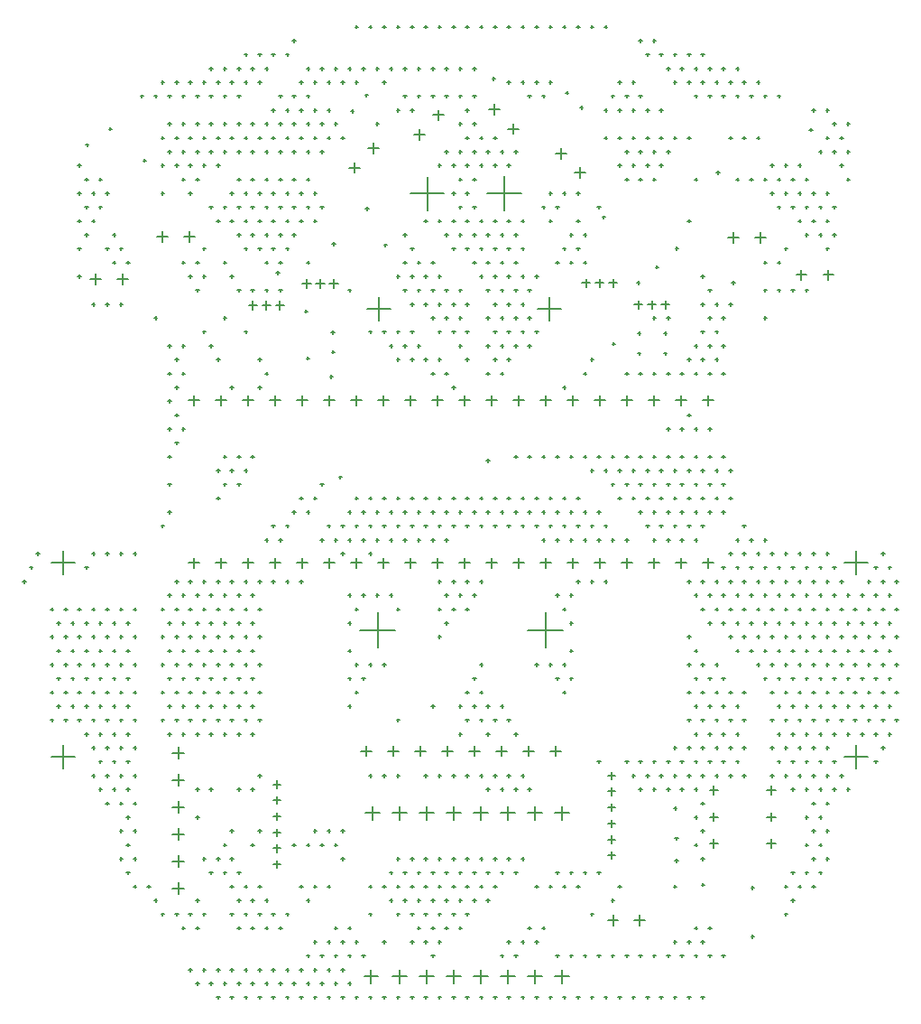
<source format=gbr>
G04*
G04 #@! TF.GenerationSoftware,Altium Limited,Altium Designer,26.2.0 (7)*
G04*
G04 Layer_Color=128*
%FSTAX25Y25*%
%MOIN*%
G70*
G04*
G04 #@! TF.SameCoordinates,DDC7E0C6-02D7-4959-A8D0-6A7BEAAAFFDF*
G04*
G04*
G04 #@! TF.FilePolarity,Positive*
G04*
G01*
G75*
%ADD12C,0.00500*%
D12*
X0052437Y-0109062D02*
X0055193D01*
X0053815Y-011044D02*
Y-0107684D01*
X0052437Y-0103156D02*
X0055193D01*
X0053815Y-0104534D02*
Y-0101778D01*
X0052437Y-0097251D02*
X0055193D01*
X0053815Y-0098629D02*
Y-0095873D01*
X0052437Y-0091345D02*
X0055193D01*
X0053815Y-0092723D02*
Y-0089967D01*
X0052437Y-008544D02*
X0055193D01*
X0053815Y-0086818D02*
Y-0084062D01*
X0052437Y-0079534D02*
X0055193D01*
X0053815Y-0080912D02*
Y-0078156D01*
X-007115Y-0112342D02*
X-0068394D01*
X-0069772Y-011372D02*
Y-0110964D01*
X-007115Y-0106436D02*
X-0068394D01*
X-0069772Y-0107814D02*
Y-0105058D01*
X-007115Y-0100531D02*
X-0068394D01*
X-0069772Y-0101909D02*
Y-0099153D01*
X-007115Y-0094625D02*
X-0068394D01*
X-0069772Y-0096003D02*
Y-0093247D01*
X-007115Y-008872D02*
X-0068394D01*
X-0069772Y-0090098D02*
Y-0087342D01*
X-007115Y-0082814D02*
X-0068394D01*
X-0069772Y-0084192D02*
Y-0081436D01*
X0087706Y0058864D02*
X0091643D01*
X0089675Y0056895D02*
Y0060832D01*
X0077706Y0058864D02*
X0081643D01*
X0079675Y0056895D02*
Y0060832D01*
X0067706Y0058864D02*
X0071643D01*
X0069675Y0056895D02*
Y0060832D01*
X0057706Y0058864D02*
X0061643D01*
X0059675Y0056895D02*
Y0060832D01*
X0047706Y0058864D02*
X0051643D01*
X0049675Y0056895D02*
Y0060832D01*
X0037706Y0058864D02*
X0041643D01*
X0039675Y0056895D02*
Y0060832D01*
X0027706Y0058864D02*
X0031643D01*
X0029675Y0056895D02*
Y0060832D01*
X0017706Y0058864D02*
X0021643D01*
X0019675Y0056895D02*
Y0060832D01*
X0007706Y0058864D02*
X0011643D01*
X0009675Y0056895D02*
Y0060832D01*
X-0002294Y0058864D02*
X0001643D01*
X-0000325Y0056895D02*
Y0060832D01*
X-0012294Y0058864D02*
X-0008357D01*
X-0010325Y0056895D02*
Y0060832D01*
X-0022294Y0058864D02*
X-0018357D01*
X-0020325Y0056895D02*
Y0060832D01*
X-0032294Y0058864D02*
X-0028357D01*
X-0030325Y0056895D02*
Y0060832D01*
X-0042294Y0058864D02*
X-0038357D01*
X-0040325Y0056895D02*
Y0060832D01*
X-0052294Y0058864D02*
X-0048357D01*
X-0050325Y0056895D02*
Y0060832D01*
X-0062294Y0058864D02*
X-0058357D01*
X-0060325Y0056895D02*
Y0060832D01*
X-0072294Y0058864D02*
X-0068357D01*
X-0070325Y0056895D02*
Y0060832D01*
X-0082294Y0058864D02*
X-0078357D01*
X-0080325Y0056895D02*
Y0060832D01*
X-0092294Y0058864D02*
X-0088357D01*
X-0090325Y0056895D02*
Y0060832D01*
X-0102294Y0058864D02*
X-0098357D01*
X-0100325Y0056895D02*
Y0060832D01*
X-0102294Y-0001136D02*
X-0098357D01*
X-0100325Y-0003105D02*
Y0000832D01*
X-0092294Y-0001136D02*
X-0088357D01*
X-0090325Y-0003105D02*
Y0000832D01*
X-0082294Y-0001136D02*
X-0078357D01*
X-0080325Y-0003105D02*
Y0000832D01*
X-0072294Y-0001136D02*
X-0068357D01*
X-0070325Y-0003105D02*
Y0000832D01*
X-0062294Y-0001136D02*
X-0058357D01*
X-0060325Y-0003105D02*
Y0000832D01*
X-0052294Y-0001136D02*
X-0048357D01*
X-0050325Y-0003105D02*
Y0000832D01*
X-0042294Y-0001136D02*
X-0038357D01*
X-0040325Y-0003105D02*
Y0000832D01*
X-0032294Y-0001136D02*
X-0028357D01*
X-0030325Y-0003105D02*
Y0000832D01*
X-0022294Y-0001136D02*
X-0018357D01*
X-0020325Y-0003105D02*
Y0000832D01*
X-0012294Y-0001136D02*
X-0008357D01*
X-0010325Y-0003105D02*
Y0000832D01*
X-0002294Y-0001136D02*
X0001643D01*
X-0000325Y-0003105D02*
Y0000832D01*
X0007706Y-0001136D02*
X0011643D01*
X0009675Y-0003105D02*
Y0000832D01*
X0017706Y-0001136D02*
X0021643D01*
X0019675Y-0003105D02*
Y0000832D01*
X0027706Y-0001136D02*
X0031643D01*
X0029675Y-0003105D02*
Y0000832D01*
X0037706Y-0001136D02*
X0041643D01*
X0039675Y-0003105D02*
Y0000832D01*
X0047706Y-0001136D02*
X0051643D01*
X0049675Y-0003105D02*
Y0000832D01*
X0057706Y-0001136D02*
X0061643D01*
X0059675Y-0003105D02*
Y0000832D01*
X0067706Y-0001136D02*
X0071643D01*
X0069675Y-0003105D02*
Y0000832D01*
X0077706Y-0001136D02*
X0081643D01*
X0079675Y-0003105D02*
Y0000832D01*
X0087706Y-0001136D02*
X0091643D01*
X0089675Y-0003105D02*
Y0000832D01*
X0011384Y-0070485D02*
X0015321D01*
X0013353Y-0072454D02*
Y-0068517D01*
X0001384Y-0070485D02*
X0005321D01*
X0003353Y-0072454D02*
Y-0068517D01*
X-0008616Y-0070485D02*
X-0004679D01*
X-0006647Y-0072454D02*
Y-0068517D01*
X-0018616Y-0070485D02*
X-0014679D01*
X-0016647Y-0072454D02*
Y-0068517D01*
X-0028616Y-0070485D02*
X-0024679D01*
X-0026647Y-0072454D02*
Y-0068517D01*
X-0038616Y-0070485D02*
X-0034679D01*
X-0036647Y-0072454D02*
Y-0068517D01*
X0021384Y-0070485D02*
X0025321D01*
X0023353Y-0072454D02*
Y-0068517D01*
X0031384Y-0070485D02*
X0035321D01*
X0033353Y-0072454D02*
Y-0068517D01*
X-0039017Y-0025954D02*
X-0026025D01*
X-0032521Y-003245D02*
Y-0019458D01*
X0022983Y-0025954D02*
X0035975D01*
X0029479Y-003245D02*
Y-0019458D01*
X-0104172Y0119367D02*
X-0100235D01*
X-0102204Y0117398D02*
Y0121335D01*
X-0114172Y0119367D02*
X-0110235D01*
X-0112204Y0117398D02*
Y0121335D01*
X-0036417Y0092645D02*
X-0027756D01*
X-0032087Y0088314D02*
Y0096976D01*
X0090139Y-0104676D02*
X0093289D01*
X0091714Y-0106251D02*
Y-0103101D01*
X0090139Y-0094833D02*
X0093289D01*
X0091714Y-0096408D02*
Y-0093259D01*
X0090139Y-0084991D02*
X0093289D01*
X0091714Y-0086566D02*
Y-0083416D01*
X0111399Y-0084991D02*
X0114548D01*
X0112974Y-0086566D02*
Y-0083416D01*
X0111399Y-0094833D02*
X0114548D01*
X0112974Y-0096408D02*
Y-0093259D01*
X0111399Y-0104676D02*
X0114548D01*
X0112974Y-0106251D02*
Y-0103101D01*
X0026706Y0092837D02*
X0035368D01*
X0031037Y0088506D02*
Y0097168D01*
X0139998Y-0000878D02*
X014866D01*
X0144329Y-0005209D02*
Y0003453D01*
X-0108317Y-0121207D02*
X-0103986D01*
X-0106151Y-0123372D02*
Y-0119041D01*
X-0108317Y-0111207D02*
X-0103986D01*
X-0106151Y-0113372D02*
Y-0109041D01*
X-0108317Y-0101207D02*
X-0103986D01*
X-0106151Y-0103372D02*
Y-0099041D01*
X-0108317Y-0091207D02*
X-0103986D01*
X-0106151Y-0093372D02*
Y-0089041D01*
X-0108317Y-0081207D02*
X-0103986D01*
X-0106151Y-0083372D02*
Y-0079041D01*
X-0108317Y-0071207D02*
X-0103986D01*
X-0106151Y-0073372D02*
Y-0069041D01*
X-0153164Y-0000877D02*
X-0144503D01*
X-0148834Y-0005207D02*
Y0003454D01*
X-0153165Y-0072574D02*
X-0144504D01*
X-0148835Y-0076904D02*
Y-0068243D01*
X-008022Y0094063D02*
X-007707D01*
X-0078645Y0092488D02*
Y0095638D01*
X-007522Y0094063D02*
X-007207D01*
X-0073645Y0092488D02*
Y0095638D01*
X-007022Y0094063D02*
X-006707D01*
X-0068645Y0092488D02*
Y0095638D01*
X0052872Y0102244D02*
X0056022D01*
X0054447Y0100669D02*
Y0103819D01*
X0047872Y0102244D02*
X0051022D01*
X0049447Y0100669D02*
Y0103819D01*
X0042872Y0102244D02*
X0046022D01*
X0044447Y0100669D02*
Y0103819D01*
X014Y-0072575D02*
X0148661D01*
X0144331Y-0076906D02*
Y-0068244D01*
X-00361Y015192D02*
X-0032163D01*
X-0034131Y0149952D02*
Y0153889D01*
X-0043171Y0144849D02*
X-0039234D01*
X-0041203Y0142881D02*
Y0146818D01*
X0132094Y0105219D02*
X0136031D01*
X0134062Y010325D02*
Y0107187D01*
X0122094Y0105219D02*
X0126031D01*
X0124062Y010325D02*
Y0107187D01*
X00156Y0159161D02*
X0019537D01*
X0017568Y0157192D02*
Y0161129D01*
X0008529Y0166232D02*
X0012466D01*
X0010497Y0164263D02*
Y0168201D01*
X-0011953Y0164207D02*
X-0008016D01*
X-0009984Y0162239D02*
Y0166176D01*
X-0019024Y0157136D02*
X-0015087D01*
X-0017055Y0155168D02*
Y0159105D01*
X-0128772Y0103561D02*
X-0124835D01*
X-0126803Y0101593D02*
Y0105529D01*
X-0138772Y0103561D02*
X-0134835D01*
X-0136803Y0101593D02*
Y0105529D01*
X006229Y-0132998D02*
X0066227D01*
X0064258Y-0134967D02*
Y-013103D01*
X0052447Y-0132998D02*
X0056384D01*
X0054416Y-0134967D02*
Y-013103D01*
X0007871Y0135293D02*
X002047D01*
X0014171Y0128994D02*
Y0141593D01*
X-0020542Y0135217D02*
X-0007943D01*
X-0014243Y0128918D02*
Y0141516D01*
X0040271Y0143075D02*
X0044208D01*
X0042239Y0141107D02*
Y0145044D01*
X00332Y0150146D02*
X0037137D01*
X0035168Y0148178D02*
Y0152115D01*
X0032964Y-0153802D02*
X0038078D01*
X0035521Y-0156359D02*
Y-0151245D01*
X0022964Y-0153802D02*
X0028078D01*
X0025521Y-0156359D02*
Y-0151245D01*
X0012964Y-0153802D02*
X0018078D01*
X0015521Y-0156359D02*
Y-0151245D01*
X0002964Y-0153802D02*
X0008078D01*
X0005521Y-0156359D02*
Y-0151245D01*
X-0007036Y-0153802D02*
X-0001922D01*
X-0004479Y-0156359D02*
Y-0151245D01*
X-0017036Y-0153802D02*
X-0011922D01*
X-0014479Y-0156359D02*
Y-0151245D01*
X-0027036Y-0153802D02*
X-0021922D01*
X-0024479Y-0156359D02*
Y-0151245D01*
X-0037536Y-0153802D02*
X-0032422D01*
X-0034979Y-0156359D02*
Y-0151245D01*
X0032964Y-0093408D02*
X0038078D01*
X0035521Y-0095965D02*
Y-0090851D01*
X0022964Y-0093408D02*
X0028078D01*
X0025521Y-0095965D02*
Y-0090851D01*
X0012964Y-0093408D02*
X0018078D01*
X0015521Y-0095965D02*
Y-0090851D01*
X0002964Y-0093408D02*
X0008078D01*
X0005521Y-0095965D02*
Y-0090851D01*
X-0007036Y-0093408D02*
X-0001922D01*
X-0004479Y-0095965D02*
Y-0090851D01*
X-0017036Y-0093408D02*
X-0011922D01*
X-0014479Y-0095965D02*
Y-0090851D01*
X-0027036Y-0093408D02*
X-0021922D01*
X-0024479Y-0095965D02*
Y-0090851D01*
X-0037036Y-0093408D02*
X-0031922D01*
X-0034479Y-0095965D02*
Y-0090851D01*
X0096915Y0119061D02*
X0100852D01*
X0098884Y0117093D02*
Y0121029D01*
X0106915Y0119061D02*
X0110852D01*
X0108884Y0117093D02*
Y0121029D01*
X-0050305Y0101959D02*
X-0047155D01*
X-004873Y0100384D02*
Y0103534D01*
X-0055305Y0101959D02*
X-0052156D01*
X-005373Y0100384D02*
Y0103534D01*
X-0060305Y0101959D02*
X-0057156D01*
X-005873Y0100384D02*
Y0103534D01*
X0072207Y009421D02*
X0075357D01*
X0073782Y0092635D02*
Y0095785D01*
X0067207Y009421D02*
X0070357D01*
X0068782Y0092635D02*
Y0095785D01*
X0062208Y009421D02*
X0065357D01*
X0063782Y0092635D02*
Y0095785D01*
X0158706Y-0007927D02*
X0159887D01*
X0159297Y-0008517D02*
Y-0007336D01*
X0158706Y-0018163D02*
X0159887D01*
X0159297Y-0018754D02*
Y-0017572D01*
X0158706Y-0028399D02*
X0159887D01*
X0159297Y-002899D02*
Y-0027809D01*
X0158706Y-0038635D02*
X0159887D01*
X0159297Y-0039226D02*
Y-0038045D01*
X0158706Y-0048872D02*
X0159887D01*
X0159297Y-0049462D02*
Y-0048281D01*
X0158706Y-0059108D02*
X0159887D01*
X0159297Y-0059698D02*
Y-0058517D01*
X0153588Y0002309D02*
X0154769D01*
X0154179Y0001719D02*
Y00029D01*
X0156147Y-0002809D02*
X0157328D01*
X0156738Y-0003399D02*
Y-0002218D01*
X0153588Y-0007927D02*
X0154769D01*
X0154179Y-0008517D02*
Y-0007336D01*
X0156147Y-0013045D02*
X0157328D01*
X0156738Y-0013635D02*
Y-0012454D01*
X0153588Y-0018163D02*
X0154769D01*
X0154179Y-0018754D02*
Y-0017572D01*
X0156147Y-0023281D02*
X0157328D01*
X0156738Y-0023872D02*
Y-0022691D01*
X0153588Y-0028399D02*
X0154769D01*
X0154179Y-002899D02*
Y-0027809D01*
X0156147Y-0033517D02*
X0157328D01*
X0156738Y-0034108D02*
Y-0032927D01*
X0153588Y-0038635D02*
X0154769D01*
X0154179Y-0039226D02*
Y-0038045D01*
X0156147Y-0043754D02*
X0157328D01*
X0156738Y-0044344D02*
Y-0043163D01*
X0153588Y-0048872D02*
X0154769D01*
X0154179Y-0049462D02*
Y-0048281D01*
X0156147Y-005399D02*
X0157328D01*
X0156738Y-005458D02*
Y-0053399D01*
X0153588Y-0059108D02*
X0154769D01*
X0154179Y-0059698D02*
Y-0058517D01*
X0156147Y-0064226D02*
X0157328D01*
X0156738Y-0064816D02*
Y-0063635D01*
X0153588Y-0069344D02*
X0154769D01*
X0154179Y-0069935D02*
Y-0068754D01*
X0151029Y-0002809D02*
X015221D01*
X015162Y-0003399D02*
Y-0002218D01*
X014847Y-0007927D02*
X0149651D01*
X0149061Y-0008517D02*
Y-0007336D01*
X0151029Y-0013045D02*
X015221D01*
X015162Y-0013635D02*
Y-0012454D01*
X014847Y-0018163D02*
X0149651D01*
X0149061Y-0018754D02*
Y-0017572D01*
X0151029Y-0023281D02*
X015221D01*
X015162Y-0023872D02*
Y-0022691D01*
X014847Y-0028399D02*
X0149651D01*
X0149061Y-002899D02*
Y-0027809D01*
X0151029Y-0033517D02*
X015221D01*
X015162Y-0034108D02*
Y-0032927D01*
X014847Y-0038635D02*
X0149651D01*
X0149061Y-0039226D02*
Y-0038045D01*
X0151029Y-0043754D02*
X015221D01*
X015162Y-0044344D02*
Y-0043163D01*
X014847Y-0048872D02*
X0149651D01*
X0149061Y-0049462D02*
Y-0048281D01*
X0151029Y-005399D02*
X015221D01*
X015162Y-005458D02*
Y-0053399D01*
X014847Y-0059108D02*
X0149651D01*
X0149061Y-0059698D02*
Y-0058517D01*
X0151029Y-0064226D02*
X015221D01*
X015162Y-0064816D02*
Y-0063635D01*
X0151029Y-0074462D02*
X015221D01*
X015162Y-0075053D02*
Y-0073872D01*
X0145911Y-0013045D02*
X0147092D01*
X0146502Y-0013635D02*
Y-0012454D01*
X0143352Y-0018163D02*
X0144533D01*
X0143942Y-0018754D02*
Y-0017572D01*
X0145911Y-0023281D02*
X0147092D01*
X0146502Y-0023872D02*
Y-0022691D01*
X0143352Y-0028399D02*
X0144533D01*
X0143942Y-002899D02*
Y-0027809D01*
X0145911Y-0033517D02*
X0147092D01*
X0146502Y-0034108D02*
Y-0032927D01*
X0143352Y-0038635D02*
X0144533D01*
X0143942Y-0039226D02*
Y-0038045D01*
X0145911Y-0043754D02*
X0147092D01*
X0146502Y-0044344D02*
Y-0043163D01*
X0143352Y-0048872D02*
X0144533D01*
X0143942Y-0049462D02*
Y-0048281D01*
X0145911Y-005399D02*
X0147092D01*
X0146502Y-005458D02*
Y-0053399D01*
X0143352Y-0059108D02*
X0144533D01*
X0143942Y-0059698D02*
Y-0058517D01*
X0145911Y-0064226D02*
X0147092D01*
X0146502Y-0064816D02*
Y-0063635D01*
X0140793Y0160971D02*
X0141974D01*
X0141383Y016038D02*
Y0161561D01*
X0138234Y0155853D02*
X0139415D01*
X0138824Y0155262D02*
Y0156443D01*
X0140793Y0150735D02*
X0141974D01*
X0141383Y0150144D02*
Y0151325D01*
X0138234Y0145616D02*
X0139415D01*
X0138824Y0145026D02*
Y0146207D01*
X0140793Y0140498D02*
X0141974D01*
X0141383Y0139908D02*
Y0141089D01*
X0138234Y-0007927D02*
X0139415D01*
X0138824Y-0008517D02*
Y-0007336D01*
X0140793Y-0013045D02*
X0141974D01*
X0141383Y-0013635D02*
Y-0012454D01*
X0138234Y-0018163D02*
X0139415D01*
X0138824Y-0018754D02*
Y-0017572D01*
X0140793Y-0023281D02*
X0141974D01*
X0141383Y-0023872D02*
Y-0022691D01*
X0138234Y-0028399D02*
X0139415D01*
X0138824Y-002899D02*
Y-0027809D01*
X0140793Y-0033517D02*
X0141974D01*
X0141383Y-0034108D02*
Y-0032927D01*
X0138234Y-0038635D02*
X0139415D01*
X0138824Y-0039226D02*
Y-0038045D01*
X0140793Y-0043754D02*
X0141974D01*
X0141383Y-0044344D02*
Y-0043163D01*
X0138234Y-0048872D02*
X0139415D01*
X0138824Y-0049462D02*
Y-0048281D01*
X0140793Y-005399D02*
X0141974D01*
X0141383Y-005458D02*
Y-0053399D01*
X0138234Y-0059108D02*
X0139415D01*
X0138824Y-0059698D02*
Y-0058517D01*
X0140793Y-0064226D02*
X0141974D01*
X0141383Y-0064816D02*
Y-0063635D01*
X0138234Y-007958D02*
X0139415D01*
X0138824Y-0080171D02*
Y-007899D01*
X0140793Y-0084698D02*
X0141974D01*
X0141383Y-0085289D02*
Y-0084108D01*
X0133116Y0166089D02*
X0134297D01*
X0133706Y0165498D02*
Y016668D01*
X0135675Y0160971D02*
X0136856D01*
X0136265Y016038D02*
Y0161561D01*
X0133116Y0155853D02*
X0134297D01*
X0133706Y0155262D02*
Y0156443D01*
X0135675Y0150735D02*
X0136856D01*
X0136265Y0150144D02*
Y0151325D01*
X0133116Y013538D02*
X0134297D01*
X0133706Y013479D02*
Y0135971D01*
X0135675Y0130262D02*
X0136856D01*
X0136265Y0129672D02*
Y0130853D01*
X0133116Y0125144D02*
X0134297D01*
X0133706Y0124554D02*
Y0125735D01*
X0135675Y0120026D02*
X0136856D01*
X0136265Y0119435D02*
Y0120616D01*
X0133116Y0114908D02*
X0134297D01*
X0133706Y0114317D02*
Y0115498D01*
X0133116Y0002309D02*
X0134297D01*
X0133706Y0001719D02*
Y00029D01*
X0135675Y-0002809D02*
X0136856D01*
X0136265Y-0003399D02*
Y-0002218D01*
X0133116Y-0007927D02*
X0134297D01*
X0133706Y-0008517D02*
Y-0007336D01*
X0135675Y-0013045D02*
X0136856D01*
X0136265Y-0013635D02*
Y-0012454D01*
X0133116Y-0018163D02*
X0134297D01*
X0133706Y-0018754D02*
Y-0017572D01*
X0135675Y-0023281D02*
X0136856D01*
X0136265Y-0023872D02*
Y-0022691D01*
X0133116Y-0028399D02*
X0134297D01*
X0133706Y-002899D02*
Y-0027809D01*
X0135675Y-0033517D02*
X0136856D01*
X0136265Y-0034108D02*
Y-0032927D01*
X0133116Y-0038635D02*
X0134297D01*
X0133706Y-0039226D02*
Y-0038045D01*
X0135675Y-0043754D02*
X0136856D01*
X0136265Y-0044344D02*
Y-0043163D01*
X0133116Y-0048872D02*
X0134297D01*
X0133706Y-0049462D02*
Y-0048281D01*
X0135675Y-005399D02*
X0136856D01*
X0136265Y-005458D02*
Y-0053399D01*
X0133116Y-0059108D02*
X0134297D01*
X0133706Y-0059698D02*
Y-0058517D01*
X0135675Y-0064226D02*
X0136856D01*
X0136265Y-0064816D02*
Y-0063635D01*
X0133116Y-0069344D02*
X0134297D01*
X0133706Y-0069935D02*
Y-0068754D01*
X0135675Y-0074462D02*
X0136856D01*
X0136265Y-0075053D02*
Y-0073872D01*
X0133116Y-007958D02*
X0134297D01*
X0133706Y-0080171D02*
Y-007899D01*
X0135675Y-0084698D02*
X0136856D01*
X0136265Y-0085289D02*
Y-0084108D01*
X0133116Y-0089816D02*
X0134297D01*
X0133706Y-0090407D02*
Y-0089226D01*
X0133116Y-0100053D02*
X0134297D01*
X0133706Y-0100643D02*
Y-0099462D01*
X0133116Y-0110289D02*
X0134297D01*
X0133706Y-011088D02*
Y-0109698D01*
X0127998Y0166089D02*
X0129179D01*
X0128588Y0165498D02*
Y016668D01*
X0130557Y0150735D02*
X0131738D01*
X0131147Y0150144D02*
Y0151325D01*
X0127998Y013538D02*
X0129179D01*
X0128588Y013479D02*
Y0135971D01*
X0130557Y0130262D02*
X0131738D01*
X0131147Y0129672D02*
Y0130853D01*
X0127998Y0125144D02*
X0129179D01*
X0128588Y0124554D02*
Y0125735D01*
X0130557Y0120026D02*
X0131738D01*
X0131147Y0119435D02*
Y0120616D01*
X0127998Y0002309D02*
X0129179D01*
X0128588Y0001719D02*
Y00029D01*
X0130557Y-0002809D02*
X0131738D01*
X0131147Y-0003399D02*
Y-0002218D01*
X0127998Y-0007927D02*
X0129179D01*
X0128588Y-0008517D02*
Y-0007336D01*
X0130557Y-0013045D02*
X0131738D01*
X0131147Y-0013635D02*
Y-0012454D01*
X0127998Y-0018163D02*
X0129179D01*
X0128588Y-0018754D02*
Y-0017572D01*
X0130557Y-0023281D02*
X0131738D01*
X0131147Y-0023872D02*
Y-0022691D01*
X0127998Y-0028399D02*
X0129179D01*
X0128588Y-002899D02*
Y-0027809D01*
X0130557Y-0033517D02*
X0131738D01*
X0131147Y-0034108D02*
Y-0032927D01*
X0127998Y-0038635D02*
X0129179D01*
X0128588Y-0039226D02*
Y-0038045D01*
X0130557Y-0043754D02*
X0131738D01*
X0131147Y-0044344D02*
Y-0043163D01*
X0127998Y-0048872D02*
X0129179D01*
X0128588Y-0049462D02*
Y-0048281D01*
X0130557Y-005399D02*
X0131738D01*
X0131147Y-005458D02*
Y-0053399D01*
X0127998Y-0059108D02*
X0129179D01*
X0128588Y-0059698D02*
Y-0058517D01*
X0130557Y-0064226D02*
X0131738D01*
X0131147Y-0064816D02*
Y-0063635D01*
X0127998Y-0069344D02*
X0129179D01*
X0128588Y-0069935D02*
Y-0068754D01*
X0130557Y-0074462D02*
X0131738D01*
X0131147Y-0075053D02*
Y-0073872D01*
X0127998Y-007958D02*
X0129179D01*
X0128588Y-0080171D02*
Y-007899D01*
X0130557Y-0084698D02*
X0131738D01*
X0131147Y-0085289D02*
Y-0084108D01*
X0127998Y-0089816D02*
X0129179D01*
X0128588Y-0090407D02*
Y-0089226D01*
X0130557Y-0094935D02*
X0131738D01*
X0131147Y-0095525D02*
Y-0094344D01*
X0127998Y-0100053D02*
X0129179D01*
X0128588Y-0100643D02*
Y-0099462D01*
X0130557Y-0105171D02*
X0131738D01*
X0131147Y-0105761D02*
Y-010458D01*
X0127998Y-0110289D02*
X0129179D01*
X0128588Y-011088D02*
Y-0109698D01*
X0130557Y-0115407D02*
X0131738D01*
X0131147Y-0115998D02*
Y-0114817D01*
X0127998Y-0120525D02*
X0129179D01*
X0128588Y-0121116D02*
Y-0119935D01*
X012288Y0145616D02*
X0124061D01*
X012347Y0145026D02*
Y0146207D01*
X0125439Y0140498D02*
X012662D01*
X0126029Y0139908D02*
Y0141089D01*
X012288Y013538D02*
X0124061D01*
X012347Y013479D02*
Y0135971D01*
X0125439Y0130262D02*
X012662D01*
X0126029Y0129672D02*
Y0130853D01*
X012288Y0125144D02*
X0124061D01*
X012347Y0124554D02*
Y0125735D01*
X0125439Y0120026D02*
X012662D01*
X0126029Y0119435D02*
Y0120616D01*
X0125439Y0099554D02*
X012662D01*
X0126029Y0098963D02*
Y0100144D01*
X012288Y0002309D02*
X0124061D01*
X012347Y0001719D02*
Y00029D01*
X0125439Y-0002809D02*
X012662D01*
X0126029Y-0003399D02*
Y-0002218D01*
X012288Y-0007927D02*
X0124061D01*
X012347Y-0008517D02*
Y-0007336D01*
X0125439Y-0013045D02*
X012662D01*
X0126029Y-0013635D02*
Y-0012454D01*
X012288Y-0018163D02*
X0124061D01*
X012347Y-0018754D02*
Y-0017572D01*
X0125439Y-0023281D02*
X012662D01*
X0126029Y-0023872D02*
Y-0022691D01*
X012288Y-0028399D02*
X0124061D01*
X012347Y-002899D02*
Y-0027809D01*
X0125439Y-0033517D02*
X012662D01*
X0126029Y-0034108D02*
Y-0032927D01*
X012288Y-0038635D02*
X0124061D01*
X012347Y-0039226D02*
Y-0038045D01*
X0125439Y-0043754D02*
X012662D01*
X0126029Y-0044344D02*
Y-0043163D01*
X012288Y-0048872D02*
X0124061D01*
X012347Y-0049462D02*
Y-0048281D01*
X0125439Y-005399D02*
X012662D01*
X0126029Y-005458D02*
Y-0053399D01*
X012288Y-0059108D02*
X0124061D01*
X012347Y-0059698D02*
Y-0058517D01*
X0125439Y-0064226D02*
X012662D01*
X0126029Y-0064816D02*
Y-0063635D01*
X012288Y-0069344D02*
X0124061D01*
X012347Y-0069935D02*
Y-0068754D01*
X0125439Y-0074462D02*
X012662D01*
X0126029Y-0075053D02*
Y-0073872D01*
X012288Y-007958D02*
X0124061D01*
X012347Y-0080171D02*
Y-007899D01*
X0125439Y-0084698D02*
X012662D01*
X0126029Y-0085289D02*
Y-0084108D01*
X0125439Y-0094935D02*
X012662D01*
X0126029Y-0095525D02*
Y-0094344D01*
X0125439Y-0105171D02*
X012662D01*
X0126029Y-0105761D02*
Y-010458D01*
X0125439Y-0115407D02*
X012662D01*
X0126029Y-0115998D02*
Y-0114817D01*
X012288Y-0120525D02*
X0124061D01*
X012347Y-0121116D02*
Y-0119935D01*
X0117761Y0145616D02*
X0118942D01*
X0118352Y0145026D02*
Y0146207D01*
X012032Y0140498D02*
X0121502D01*
X0120911Y0139908D02*
Y0141089D01*
X0117761Y013538D02*
X0118942D01*
X0118352Y013479D02*
Y0135971D01*
X012032Y0130262D02*
X0121502D01*
X0120911Y0129672D02*
Y0130853D01*
X0117761Y0114908D02*
X0118942D01*
X0118352Y0114317D02*
Y0115498D01*
X012032Y0099554D02*
X0121502D01*
X0120911Y0098963D02*
Y0100144D01*
X0117761Y0002309D02*
X0118942D01*
X0118352Y0001719D02*
Y00029D01*
X012032Y-0002809D02*
X0121502D01*
X0120911Y-0003399D02*
Y-0002218D01*
X0117761Y-0007927D02*
X0118942D01*
X0118352Y-0008517D02*
Y-0007336D01*
X012032Y-0013045D02*
X0121502D01*
X0120911Y-0013635D02*
Y-0012454D01*
X0117761Y-0018163D02*
X0118942D01*
X0118352Y-0018754D02*
Y-0017572D01*
X012032Y-0023281D02*
X0121502D01*
X0120911Y-0023872D02*
Y-0022691D01*
X0117761Y-0028399D02*
X0118942D01*
X0118352Y-002899D02*
Y-0027809D01*
X012032Y-0033517D02*
X0121502D01*
X0120911Y-0034108D02*
Y-0032927D01*
X0117761Y-0038635D02*
X0118942D01*
X0118352Y-0039226D02*
Y-0038045D01*
X012032Y-0043754D02*
X0121502D01*
X0120911Y-0044344D02*
Y-0043163D01*
X0117761Y-0048872D02*
X0118942D01*
X0118352Y-0049462D02*
Y-0048281D01*
X012032Y-005399D02*
X0121502D01*
X0120911Y-005458D02*
Y-0053399D01*
X0117761Y-0059108D02*
X0118942D01*
X0118352Y-0059698D02*
Y-0058517D01*
X012032Y-0064226D02*
X0121502D01*
X0120911Y-0064816D02*
Y-0063635D01*
X0117761Y-0069344D02*
X0118942D01*
X0118352Y-0069935D02*
Y-0068754D01*
X012032Y-0074462D02*
X0121502D01*
X0120911Y-0075053D02*
Y-0073872D01*
X0117761Y-007958D02*
X0118942D01*
X0118352Y-0080171D02*
Y-007899D01*
X012032Y-0084698D02*
X0121502D01*
X0120911Y-0085289D02*
Y-0084108D01*
X012032Y-0115407D02*
X0121502D01*
X0120911Y-0115998D02*
Y-0114817D01*
X0117761Y-0120525D02*
X0118942D01*
X0118352Y-0121116D02*
Y-0119935D01*
X012032Y-0125643D02*
X0121502D01*
X0120911Y-0126234D02*
Y-0125053D01*
X0117761Y-0130761D02*
X0118942D01*
X0118352Y-0131352D02*
Y-0130171D01*
X0115202Y0171207D02*
X0116383D01*
X0115793Y0170616D02*
Y0171798D01*
X0112643Y0145616D02*
X0113824D01*
X0113234Y0145026D02*
Y0146207D01*
X0115202Y0140498D02*
X0116383D01*
X0115793Y0139908D02*
Y0141089D01*
X0112643Y013538D02*
X0113824D01*
X0113234Y013479D02*
Y0135971D01*
X0115202Y0130262D02*
X0116383D01*
X0115793Y0129672D02*
Y0130853D01*
X0115202Y010979D02*
X0116383D01*
X0115793Y0109199D02*
Y011038D01*
X0115202Y0099554D02*
X0116383D01*
X0115793Y0098963D02*
Y0100144D01*
X0112643Y0002309D02*
X0113824D01*
X0113234Y0001719D02*
Y00029D01*
X0115202Y-0002809D02*
X0116383D01*
X0115793Y-0003399D02*
Y-0002218D01*
X0112643Y-0007927D02*
X0113824D01*
X0113234Y-0008517D02*
Y-0007336D01*
X0115202Y-0013045D02*
X0116383D01*
X0115793Y-0013635D02*
Y-0012454D01*
X0112643Y-0018163D02*
X0113824D01*
X0113234Y-0018754D02*
Y-0017572D01*
X0115202Y-0023281D02*
X0116383D01*
X0115793Y-0023872D02*
Y-0022691D01*
X0112643Y-0028399D02*
X0113824D01*
X0113234Y-002899D02*
Y-0027809D01*
X0115202Y-0033517D02*
X0116383D01*
X0115793Y-0034108D02*
Y-0032927D01*
X0112643Y-0038635D02*
X0113824D01*
X0113234Y-0039226D02*
Y-0038045D01*
X0115202Y-0043754D02*
X0116383D01*
X0115793Y-0044344D02*
Y-0043163D01*
X0112643Y-0048872D02*
X0113824D01*
X0113234Y-0049462D02*
Y-0048281D01*
X0115202Y-005399D02*
X0116383D01*
X0115793Y-005458D02*
Y-0053399D01*
X0112643Y-0059108D02*
X0113824D01*
X0113234Y-0059698D02*
Y-0058517D01*
X0115202Y-0064226D02*
X0116383D01*
X0115793Y-0064816D02*
Y-0063635D01*
X0112643Y-0069344D02*
X0113824D01*
X0113234Y-0069935D02*
Y-0068754D01*
X0115202Y-0074462D02*
X0116383D01*
X0115793Y-0075053D02*
Y-0073872D01*
X0112643Y-007958D02*
X0113824D01*
X0113234Y-0080171D02*
Y-007899D01*
X0107525Y0176325D02*
X0108706D01*
X0108116Y0175735D02*
Y0176916D01*
X0110084Y0171207D02*
X0111265D01*
X0110675Y0170616D02*
Y0171798D01*
X0107525Y0155853D02*
X0108706D01*
X0108116Y0155262D02*
Y0156443D01*
X0110084Y0140498D02*
X0111265D01*
X0110675Y0139908D02*
Y0141089D01*
X0110084Y010979D02*
X0111265D01*
X0110675Y0109199D02*
Y011038D01*
X0110084Y0099554D02*
X0111265D01*
X0110675Y0098963D02*
Y0100144D01*
X0110084Y0089317D02*
X0111265D01*
X0110675Y0088727D02*
Y0089908D01*
X0110084Y0007428D02*
X0111265D01*
X0110675Y0006837D02*
Y0008018D01*
X0107525Y0002309D02*
X0108706D01*
X0108116Y0001719D02*
Y00029D01*
X0110084Y-0002809D02*
X0111265D01*
X0110675Y-0003399D02*
Y-0002218D01*
X0107525Y-0007927D02*
X0108706D01*
X0108116Y-0008517D02*
Y-0007336D01*
X0110084Y-0013045D02*
X0111265D01*
X0110675Y-0013635D02*
Y-0012454D01*
X0107525Y-0018163D02*
X0108706D01*
X0108116Y-0018754D02*
Y-0017572D01*
X0110084Y-0023281D02*
X0111265D01*
X0110675Y-0023872D02*
Y-0022691D01*
X0107525Y-0028399D02*
X0108706D01*
X0108116Y-002899D02*
Y-0027809D01*
X0110084Y-0033517D02*
X0111265D01*
X0110675Y-0034108D02*
Y-0032927D01*
X0107525Y-0038635D02*
X0108706D01*
X0108116Y-0039226D02*
Y-0038045D01*
X0110084Y-0043754D02*
X0111265D01*
X0110675Y-0044344D02*
Y-0043163D01*
X0102407Y0176325D02*
X0103588D01*
X0102998Y0175735D02*
Y0176916D01*
X0104966Y0171207D02*
X0106147D01*
X0105557Y0170616D02*
Y0171798D01*
X0102407Y0155853D02*
X0103588D01*
X0102998Y0155262D02*
Y0156443D01*
X0104966Y0140498D02*
X0106147D01*
X0105557Y0139908D02*
Y0141089D01*
X0102407Y0012546D02*
X0103588D01*
X0102998Y0011955D02*
Y0013136D01*
X0104966Y0007428D02*
X0106147D01*
X0105557Y0006837D02*
Y0008018D01*
X0102407Y0002309D02*
X0103588D01*
X0102998Y0001719D02*
Y00029D01*
X0104966Y-0002809D02*
X0106147D01*
X0105557Y-0003399D02*
Y-0002218D01*
X0102407Y-0007927D02*
X0103588D01*
X0102998Y-0008517D02*
Y-0007336D01*
X0104966Y-0013045D02*
X0106147D01*
X0105557Y-0013635D02*
Y-0012454D01*
X0102407Y-0018163D02*
X0103588D01*
X0102998Y-0018754D02*
Y-0017572D01*
X0104966Y-0023281D02*
X0106147D01*
X0105557Y-0023872D02*
Y-0022691D01*
X0102407Y-0028399D02*
X0103588D01*
X0102998Y-002899D02*
Y-0027809D01*
X0104966Y-0033517D02*
X0106147D01*
X0105557Y-0034108D02*
Y-0032927D01*
X0102407Y-0048872D02*
X0103588D01*
X0102998Y-0049462D02*
Y-0048281D01*
X0102407Y-0059108D02*
X0103588D01*
X0102998Y-0059698D02*
Y-0058517D01*
X0102407Y-0069344D02*
X0103588D01*
X0102998Y-0069935D02*
Y-0068754D01*
X0102407Y-007958D02*
X0103588D01*
X0102998Y-0080171D02*
Y-007899D01*
X0099848Y0181443D02*
X0101029D01*
X0100438Y0180853D02*
Y0182034D01*
X0097289Y0176325D02*
X009847D01*
X0097879Y0175735D02*
Y0176916D01*
X0099848Y0171207D02*
X0101029D01*
X0100438Y0170616D02*
Y0171798D01*
X0097289Y0155853D02*
X009847D01*
X0097879Y0155262D02*
Y0156443D01*
X0099848Y0140498D02*
X0101029D01*
X0100438Y0139908D02*
Y0141089D01*
X0097289Y0094435D02*
X009847D01*
X0097879Y0093845D02*
Y0095026D01*
X0097289Y0033018D02*
X009847D01*
X0097879Y0032427D02*
Y0033609D01*
X0097289Y0022782D02*
X009847D01*
X0097879Y0022191D02*
Y0023372D01*
X0099848Y0007428D02*
X0101029D01*
X0100438Y0006837D02*
Y0008018D01*
X0097289Y0002309D02*
X009847D01*
X0097879Y0001719D02*
Y00029D01*
X0099848Y-0002809D02*
X0101029D01*
X0100438Y-0003399D02*
Y-0002218D01*
X0097289Y-0007927D02*
X009847D01*
X0097879Y-0008517D02*
Y-0007336D01*
X0099848Y-0013045D02*
X0101029D01*
X0100438Y-0013635D02*
Y-0012454D01*
X0097289Y-0018163D02*
X009847D01*
X0097879Y-0018754D02*
Y-0017572D01*
X0099848Y-0023281D02*
X0101029D01*
X0100438Y-0023872D02*
Y-0022691D01*
X0097289Y-0028399D02*
X009847D01*
X0097879Y-002899D02*
Y-0027809D01*
X0099848Y-0033517D02*
X0101029D01*
X0100438Y-0034108D02*
Y-0032927D01*
X0097289Y-0048872D02*
X009847D01*
X0097879Y-0049462D02*
Y-0048281D01*
X0099848Y-005399D02*
X0101029D01*
X0100438Y-005458D02*
Y-0053399D01*
X0097289Y-0059108D02*
X009847D01*
X0097879Y-0059698D02*
Y-0058517D01*
X0099848Y-0064226D02*
X0101029D01*
X0100438Y-0064816D02*
Y-0063635D01*
X0097289Y-0069344D02*
X009847D01*
X0097879Y-0069935D02*
Y-0068754D01*
X0099848Y-0074462D02*
X0101029D01*
X0100438Y-0075053D02*
Y-0073872D01*
X0097289Y-007958D02*
X009847D01*
X0097879Y-0080171D02*
Y-007899D01*
X009473Y0181443D02*
X0095911D01*
X009532Y0180853D02*
Y0182034D01*
X0092171Y0176325D02*
X0093352D01*
X0092761Y0175735D02*
Y0176916D01*
X009473Y0171207D02*
X0095911D01*
X009532Y0170616D02*
Y0171798D01*
X0092171Y0094435D02*
X0093352D01*
X0092761Y0093845D02*
Y0095026D01*
X009473Y0089317D02*
X0095911D01*
X009532Y0088727D02*
Y0089908D01*
X0092171Y0084199D02*
X0093352D01*
X0092761Y0083609D02*
Y008479D01*
X009473Y0079081D02*
X0095911D01*
X009532Y0078491D02*
Y0079672D01*
X0092171Y0073963D02*
X0093352D01*
X0092761Y0073372D02*
Y0074554D01*
X009473Y0068845D02*
X0095911D01*
X009532Y0068254D02*
Y0069435D01*
X009473Y0038136D02*
X0095911D01*
X009532Y0037546D02*
Y0038727D01*
X0092171Y0033018D02*
X0093352D01*
X0092761Y0032427D02*
Y0033609D01*
X009473Y00279D02*
X0095911D01*
X009532Y0027309D02*
Y002849D01*
X0092171Y0022782D02*
X0093352D01*
X0092761Y0022191D02*
Y0023372D01*
X009473Y0017664D02*
X0095911D01*
X009532Y0017073D02*
Y0018254D01*
X009473Y-0002809D02*
X0095911D01*
X009532Y-0003399D02*
Y-0002218D01*
X0092171Y-0007927D02*
X0093352D01*
X0092761Y-0008517D02*
Y-0007336D01*
X009473Y-0013045D02*
X0095911D01*
X009532Y-0013635D02*
Y-0012454D01*
X0092171Y-0018163D02*
X0093352D01*
X0092761Y-0018754D02*
Y-0017572D01*
X009473Y-0023281D02*
X0095911D01*
X009532Y-0023872D02*
Y-0022691D01*
X0092171Y-0038635D02*
X0093352D01*
X0092761Y-0039226D02*
Y-0038045D01*
X009473Y-0043754D02*
X0095911D01*
X009532Y-0044344D02*
Y-0043163D01*
X0092171Y-0048872D02*
X0093352D01*
X0092761Y-0049462D02*
Y-0048281D01*
X009473Y-005399D02*
X0095911D01*
X009532Y-005458D02*
Y-0053399D01*
X0092171Y-0059108D02*
X0093352D01*
X0092761Y-0059698D02*
Y-0058517D01*
X009473Y-0064226D02*
X0095911D01*
X009532Y-0064816D02*
Y-0063635D01*
X0092171Y-0069344D02*
X0093352D01*
X0092761Y-0069935D02*
Y-0068754D01*
X009473Y-0074462D02*
X0095911D01*
X009532Y-0075053D02*
Y-0073872D01*
X0092171Y-007958D02*
X0093352D01*
X0092761Y-0080171D02*
Y-007899D01*
X009473Y-0146116D02*
X0095911D01*
X009532Y-0146706D02*
Y-0145525D01*
X0087053Y0186561D02*
X0088234D01*
X0087643Y0185971D02*
Y0187152D01*
X0089612Y0181443D02*
X0090793D01*
X0090202Y0180853D02*
Y0182034D01*
X0087053Y0176325D02*
X0088234D01*
X0087643Y0175735D02*
Y0176916D01*
X0089612Y0171207D02*
X0090793D01*
X0090202Y0170616D02*
Y0171798D01*
X0087053Y0104672D02*
X0088234D01*
X0087643Y0104081D02*
Y0105262D01*
X0089612Y0099554D02*
X0090793D01*
X0090202Y0098963D02*
Y0100144D01*
X0087053Y0094435D02*
X0088234D01*
X0087643Y0093845D02*
Y0095026D01*
X0089612Y0089317D02*
X0090793D01*
X0090202Y0088727D02*
Y0089908D01*
X0087053Y0084199D02*
X0088234D01*
X0087643Y0083609D02*
Y008479D01*
X0089612Y0079081D02*
X0090793D01*
X0090202Y0078491D02*
Y0079672D01*
X0087053Y0073963D02*
X0088234D01*
X0087643Y0073372D02*
Y0074554D01*
X0089612Y0068845D02*
X0090793D01*
X0090202Y0068254D02*
Y0069435D01*
X0089612Y0048372D02*
X0090793D01*
X0090202Y0047782D02*
Y0048963D01*
X0089612Y0038136D02*
X0090793D01*
X0090202Y0037546D02*
Y0038727D01*
X0087053Y0033018D02*
X0088234D01*
X0087643Y0032427D02*
Y0033609D01*
X0089612Y00279D02*
X0090793D01*
X0090202Y0027309D02*
Y002849D01*
X0087053Y0022782D02*
X0088234D01*
X0087643Y0022191D02*
Y0023372D01*
X0089612Y0017664D02*
X0090793D01*
X0090202Y0017073D02*
Y0018254D01*
X0087053Y0012546D02*
X0088234D01*
X0087643Y0011955D02*
Y0013136D01*
X0087053Y-0007927D02*
X0088234D01*
X0087643Y-0008517D02*
Y-0007336D01*
X0089612Y-0013045D02*
X0090793D01*
X0090202Y-0013635D02*
Y-0012454D01*
X0087053Y-0018163D02*
X0088234D01*
X0087643Y-0018754D02*
Y-0017572D01*
X0089612Y-0023281D02*
X0090793D01*
X0090202Y-0023872D02*
Y-0022691D01*
X0087053Y-0038635D02*
X0088234D01*
X0087643Y-0039226D02*
Y-0038045D01*
X0089612Y-0043754D02*
X0090793D01*
X0090202Y-0044344D02*
Y-0043163D01*
X0087053Y-0048872D02*
X0088234D01*
X0087643Y-0049462D02*
Y-0048281D01*
X0089612Y-005399D02*
X0090793D01*
X0090202Y-005458D02*
Y-0053399D01*
X0087053Y-0059108D02*
X0088234D01*
X0087643Y-0059698D02*
Y-0058517D01*
X0089612Y-0064226D02*
X0090793D01*
X0090202Y-0064816D02*
Y-0063635D01*
X0087053Y-0069344D02*
X0088234D01*
X0087643Y-0069935D02*
Y-0068754D01*
X0089612Y-0074462D02*
X0090793D01*
X0090202Y-0075053D02*
Y-0073872D01*
X0087053Y-007958D02*
X0088234D01*
X0087643Y-0080171D02*
Y-007899D01*
X0087053Y-0089816D02*
X0088234D01*
X0087643Y-0090407D02*
Y-0089226D01*
X0087053Y-0100053D02*
X0088234D01*
X0087643Y-0100643D02*
Y-0099462D01*
X0087053Y-0110289D02*
X0088234D01*
X0087643Y-011088D02*
Y-0109698D01*
X0089612Y-013588D02*
X0090793D01*
X0090202Y-013647D02*
Y-0135289D01*
X0087053Y-0140998D02*
X0088234D01*
X0087643Y-0141588D02*
Y-0140407D01*
X0089612Y-0146116D02*
X0090793D01*
X0090202Y-0146706D02*
Y-0145525D01*
X0087053Y-016147D02*
X0088234D01*
X0087643Y-0162061D02*
Y-016088D01*
X0081935Y0186561D02*
X0083116D01*
X0082525Y0185971D02*
Y0187152D01*
X0084494Y0181443D02*
X0085675D01*
X0085084Y0180853D02*
Y0182034D01*
X0081935Y0176325D02*
X0083116D01*
X0082525Y0175735D02*
Y0176916D01*
X0084494Y0171207D02*
X0085675D01*
X0085084Y0170616D02*
Y0171798D01*
X0081935Y0155853D02*
X0083116D01*
X0082525Y0155262D02*
Y0156443D01*
X0084494Y0140498D02*
X0085675D01*
X0085084Y0139908D02*
Y0141089D01*
X0081935Y0125144D02*
X0083116D01*
X0082525Y0124554D02*
Y0125735D01*
X0084494Y0079081D02*
X0085675D01*
X0085084Y0078491D02*
Y0079672D01*
X0081935Y0073963D02*
X0083116D01*
X0082525Y0073372D02*
Y0074554D01*
X0084494Y0068845D02*
X0085675D01*
X0085084Y0068254D02*
Y0069435D01*
X0081935Y0053491D02*
X0083116D01*
X0082525Y00529D02*
Y0054081D01*
X0084494Y0048372D02*
X0085675D01*
X0085084Y0047782D02*
Y0048963D01*
X0084494Y0038136D02*
X0085675D01*
X0085084Y0037546D02*
Y0038727D01*
X0081935Y0033018D02*
X0083116D01*
X0082525Y0032427D02*
Y0033609D01*
X0084494Y00279D02*
X0085675D01*
X0085084Y0027309D02*
Y002849D01*
X0081935Y0022782D02*
X0083116D01*
X0082525Y0022191D02*
Y0023372D01*
X0084494Y0017664D02*
X0085675D01*
X0085084Y0017073D02*
Y0018254D01*
X0081935Y0012546D02*
X0083116D01*
X0082525Y0011955D02*
Y0013136D01*
X0084494Y0007428D02*
X0085675D01*
X0085084Y0006837D02*
Y0008018D01*
X0081935Y-0007927D02*
X0083116D01*
X0082525Y-0008517D02*
Y-0007336D01*
X0084494Y-0013045D02*
X0085675D01*
X0085084Y-0013635D02*
Y-0012454D01*
X0081935Y-0028399D02*
X0083116D01*
X0082525Y-002899D02*
Y-0027809D01*
X0084494Y-0033517D02*
X0085675D01*
X0085084Y-0034108D02*
Y-0032927D01*
X0081935Y-0038635D02*
X0083116D01*
X0082525Y-0039226D02*
Y-0038045D01*
X0084494Y-0043754D02*
X0085675D01*
X0085084Y-0044344D02*
Y-0043163D01*
X0081935Y-0048872D02*
X0083116D01*
X0082525Y-0049462D02*
Y-0048281D01*
X0084494Y-005399D02*
X0085675D01*
X0085084Y-005458D02*
Y-0053399D01*
X0081935Y-0059108D02*
X0083116D01*
X0082525Y-0059698D02*
Y-0058517D01*
X0084494Y-0064226D02*
X0085675D01*
X0085084Y-0064816D02*
Y-0063635D01*
X0081935Y-0069344D02*
X0083116D01*
X0082525Y-0069935D02*
Y-0068754D01*
X0084494Y-0074462D02*
X0085675D01*
X0085084Y-0075053D02*
Y-0073872D01*
X0081935Y-007958D02*
X0083116D01*
X0082525Y-0080171D02*
Y-007899D01*
X0084494Y-0084698D02*
X0085675D01*
X0085084Y-0085289D02*
Y-0084108D01*
X0084494Y-0094935D02*
X0085675D01*
X0085084Y-0095525D02*
Y-0094344D01*
X0084494Y-0105171D02*
X0085675D01*
X0085084Y-0105761D02*
Y-010458D01*
X0084494Y-013588D02*
X0085675D01*
X0085084Y-013647D02*
Y-0135289D01*
X0081935Y-0140998D02*
X0083116D01*
X0082525Y-0141588D02*
Y-0140407D01*
X0084494Y-0146116D02*
X0085675D01*
X0085084Y-0146706D02*
Y-0145525D01*
X0081935Y-016147D02*
X0083116D01*
X0082525Y-0162061D02*
Y-016088D01*
X0076816Y0186561D02*
X0077998D01*
X0077407Y0185971D02*
Y0187152D01*
X0079376Y0181443D02*
X0080557D01*
X0079966Y0180853D02*
Y0182034D01*
X0076816Y0176325D02*
X0077998D01*
X0077407Y0175735D02*
Y0176916D01*
X0076816Y0155853D02*
X0077998D01*
X0077407Y0155262D02*
Y0156443D01*
X0079376Y0068845D02*
X0080557D01*
X0079966Y0068254D02*
Y0069435D01*
X0079376Y0048372D02*
X0080557D01*
X0079966Y0047782D02*
Y0048963D01*
X0079376Y0038136D02*
X0080557D01*
X0079966Y0037546D02*
Y0038727D01*
X0076816Y0033018D02*
X0077998D01*
X0077407Y0032427D02*
Y0033609D01*
X0079376Y00279D02*
X0080557D01*
X0079966Y0027309D02*
Y002849D01*
X0076816Y0022782D02*
X0077998D01*
X0077407Y0022191D02*
Y0023372D01*
X0079376Y0017664D02*
X0080557D01*
X0079966Y0017073D02*
Y0018254D01*
X0076816Y0012546D02*
X0077998D01*
X0077407Y0011955D02*
Y0013136D01*
X0079376Y0007428D02*
X0080557D01*
X0079966Y0006837D02*
Y0008018D01*
X0076816Y-0069344D02*
X0077998D01*
X0077407Y-0069935D02*
Y-0068754D01*
X0079376Y-0074462D02*
X0080557D01*
X0079966Y-0075053D02*
Y-0073872D01*
X0076816Y-007958D02*
X0077998D01*
X0077407Y-0080171D02*
Y-007899D01*
X0079376Y-0084698D02*
X0080557D01*
X0079966Y-0085289D02*
Y-0084108D01*
X0076816Y-0120525D02*
X0077998D01*
X0077407Y-0121116D02*
Y-0119935D01*
X0076816Y-0140998D02*
X0077998D01*
X0077407Y-0141588D02*
Y-0140407D01*
X0079376Y-0146116D02*
X0080557D01*
X0079966Y-0146706D02*
Y-0145525D01*
X0076816Y-016147D02*
X0077998D01*
X0077407Y-0162061D02*
Y-016088D01*
X0071698Y0186561D02*
X0072879D01*
X0072289Y0185971D02*
Y0187152D01*
X0074257Y0181443D02*
X0075438D01*
X0074848Y0180853D02*
Y0182034D01*
X0071698Y0166089D02*
X0072879D01*
X0072289Y0165498D02*
Y016668D01*
X0071698Y0155853D02*
X0072879D01*
X0072289Y0155262D02*
Y0156443D01*
X0074257Y0150735D02*
X0075438D01*
X0074848Y0150144D02*
Y0151325D01*
X0071698Y0145616D02*
X0072879D01*
X0072289Y0145026D02*
Y0146207D01*
X0074257Y0089317D02*
X0075438D01*
X0074848Y0088727D02*
Y0089908D01*
X0074257Y0068845D02*
X0075438D01*
X0074848Y0068254D02*
Y0069435D01*
X0074257Y0048372D02*
X0075438D01*
X0074848Y0047782D02*
Y0048963D01*
X0074257Y0038136D02*
X0075438D01*
X0074848Y0037546D02*
Y0038727D01*
X0071698Y0033018D02*
X0072879D01*
X0072289Y0032427D02*
Y0033609D01*
X0074257Y00279D02*
X0075438D01*
X0074848Y0027309D02*
Y002849D01*
X0071698Y0022782D02*
X0072879D01*
X0072289Y0022191D02*
Y0023372D01*
X0074257Y0017664D02*
X0075438D01*
X0074848Y0017073D02*
Y0018254D01*
X0071698Y0012546D02*
X0072879D01*
X0072289Y0011955D02*
Y0013136D01*
X0074257Y0007428D02*
X0075438D01*
X0074848Y0006837D02*
Y0008018D01*
X0074257Y-0074462D02*
X0075438D01*
X0074848Y-0075053D02*
Y-0073872D01*
X0071698Y-007958D02*
X0072879D01*
X0072289Y-0080171D02*
Y-007899D01*
X0074257Y-0084698D02*
X0075438D01*
X0074848Y-0085289D02*
Y-0084108D01*
X0074257Y-0146116D02*
X0075438D01*
X0074848Y-0146706D02*
Y-0145525D01*
X0071698Y-016147D02*
X0072879D01*
X0072289Y-0162061D02*
Y-016088D01*
X0069139Y019168D02*
X007032D01*
X006973Y0191089D02*
Y019227D01*
X006658Y0186561D02*
X0067761D01*
X0067171Y0185971D02*
Y0187152D01*
X006658Y0166089D02*
X0067761D01*
X0067171Y0165498D02*
Y016668D01*
X006658Y0155853D02*
X0067761D01*
X0067171Y0155262D02*
Y0156443D01*
X0069139Y0150735D02*
X007032D01*
X006973Y0150144D02*
Y0151325D01*
X006658Y0145616D02*
X0067761D01*
X0067171Y0145026D02*
Y0146207D01*
X0069139Y0140498D02*
X007032D01*
X006973Y0139908D02*
Y0141089D01*
X0069139Y0089317D02*
X007032D01*
X006973Y0088727D02*
Y0089908D01*
X0069139Y0068845D02*
X007032D01*
X006973Y0068254D02*
Y0069435D01*
X0069139Y0038136D02*
X007032D01*
X006973Y0037546D02*
Y0038727D01*
X006658Y0033018D02*
X0067761D01*
X0067171Y0032427D02*
Y0033609D01*
X0069139Y00279D02*
X007032D01*
X006973Y0027309D02*
Y002849D01*
X006658Y0022782D02*
X0067761D01*
X0067171Y0022191D02*
Y0023372D01*
X0069139Y0017664D02*
X007032D01*
X006973Y0017073D02*
Y0018254D01*
X006658Y0012546D02*
X0067761D01*
X0067171Y0011955D02*
Y0013136D01*
X0069139Y0007428D02*
X007032D01*
X006973Y0006837D02*
Y0008018D01*
X0069139Y-0074462D02*
X007032D01*
X006973Y-0075053D02*
Y-0073872D01*
X006658Y-007958D02*
X0067761D01*
X0067171Y-0080171D02*
Y-007899D01*
X0069139Y-0084698D02*
X007032D01*
X006973Y-0085289D02*
Y-0084108D01*
X0069139Y-0146116D02*
X007032D01*
X006973Y-0146706D02*
Y-0145525D01*
X006658Y-016147D02*
X0067761D01*
X0067171Y-0162061D02*
Y-016088D01*
X0064021Y019168D02*
X0065202D01*
X0064612Y0191089D02*
Y019227D01*
X0061462Y0176325D02*
X0062643D01*
X0062053Y0175735D02*
Y0176916D01*
X0064021Y0171207D02*
X0065202D01*
X0064612Y0170616D02*
Y0171798D01*
X0061462Y0166089D02*
X0062643D01*
X0062053Y0165498D02*
Y016668D01*
X0061462Y0155853D02*
X0062643D01*
X0062053Y0155262D02*
Y0156443D01*
X0064021Y0150735D02*
X0065202D01*
X0064612Y0150144D02*
Y0151325D01*
X0061462Y0145616D02*
X0062643D01*
X0062053Y0145026D02*
Y0146207D01*
X0064021Y0140498D02*
X0065202D01*
X0064612Y0139908D02*
Y0141089D01*
X0064021Y0068845D02*
X0065202D01*
X0064612Y0068254D02*
Y0069435D01*
X0064021Y0038136D02*
X0065202D01*
X0064612Y0037546D02*
Y0038727D01*
X0061462Y0033018D02*
X0062643D01*
X0062053Y0032427D02*
Y0033609D01*
X0064021Y00279D02*
X0065202D01*
X0064612Y0027309D02*
Y002849D01*
X0061462Y0022782D02*
X0062643D01*
X0062053Y0022191D02*
Y0023372D01*
X0064021Y0017664D02*
X0065202D01*
X0064612Y0017073D02*
Y0018254D01*
X0064021Y-0074462D02*
X0065202D01*
X0064612Y-0075053D02*
Y-0073872D01*
X0061462Y-007958D02*
X0062643D01*
X0062053Y-0080171D02*
Y-007899D01*
X0064021Y-0084698D02*
X0065202D01*
X0064612Y-0085289D02*
Y-0084108D01*
X0064021Y-0146116D02*
X0065202D01*
X0064612Y-0146706D02*
Y-0145525D01*
X0061462Y-016147D02*
X0062643D01*
X0062053Y-0162061D02*
Y-016088D01*
X0056344Y0176325D02*
X0057525D01*
X0056935Y0175735D02*
Y0176916D01*
X0058903Y0171207D02*
X0060084D01*
X0059494Y0170616D02*
Y0171798D01*
X0056344Y0166089D02*
X0057525D01*
X0056935Y0165498D02*
Y016668D01*
X0056344Y0155853D02*
X0057525D01*
X0056935Y0155262D02*
Y0156443D01*
X0058903Y0150735D02*
X0060084D01*
X0059494Y0150144D02*
Y0151325D01*
X0056344Y0145616D02*
X0057525D01*
X0056935Y0145026D02*
Y0146207D01*
X0058903Y0140498D02*
X0060084D01*
X0059494Y0139908D02*
Y0141089D01*
X0058903Y0068845D02*
X0060084D01*
X0059494Y0068254D02*
Y0069435D01*
X0058903Y0038136D02*
X0060084D01*
X0059494Y0037546D02*
Y0038727D01*
X0056344Y0033018D02*
X0057525D01*
X0056935Y0032427D02*
Y0033609D01*
X0058903Y00279D02*
X0060084D01*
X0059494Y0027309D02*
Y002849D01*
X0056344Y0022782D02*
X0057525D01*
X0056935Y0022191D02*
Y0023372D01*
X0058903Y0007428D02*
X0060084D01*
X0059494Y0006837D02*
Y0008018D01*
X0058903Y-0074462D02*
X0060084D01*
X0059494Y-0075053D02*
Y-0073872D01*
X0056344Y-0120525D02*
X0057525D01*
X0056935Y-0121116D02*
Y-0119935D01*
X0058903Y-0146116D02*
X0060084D01*
X0059494Y-0146706D02*
Y-0145525D01*
X0056344Y-016147D02*
X0057525D01*
X0056935Y-0162061D02*
Y-016088D01*
X0051226Y0196798D02*
X0052407D01*
X0051816Y0196207D02*
Y0197388D01*
X0053785Y0171207D02*
X0054966D01*
X0054376Y0170616D02*
Y0171798D01*
X0051226Y0166089D02*
X0052407D01*
X0051816Y0165498D02*
Y016668D01*
X0051226Y0155853D02*
X0052407D01*
X0051816Y0155262D02*
Y0156443D01*
X0053785Y0038136D02*
X0054966D01*
X0054376Y0037546D02*
Y0038727D01*
X0051226Y0033018D02*
X0052407D01*
X0051816Y0032427D02*
Y0033609D01*
X0053785Y00279D02*
X0054966D01*
X0054376Y0027309D02*
Y002849D01*
X0051226Y0012546D02*
X0052407D01*
X0051816Y0011955D02*
Y0013136D01*
X0053785Y0007428D02*
X0054966D01*
X0054376Y0006837D02*
Y0008018D01*
X0051226Y-0007927D02*
X0052407D01*
X0051816Y-0008517D02*
Y-0007336D01*
X0053785Y-0125643D02*
X0054966D01*
X0054376Y-0126234D02*
Y-0125053D01*
X0053785Y-0146116D02*
X0054966D01*
X0054376Y-0146706D02*
Y-0145525D01*
X0051226Y-016147D02*
X0052407D01*
X0051816Y-0162061D02*
Y-016088D01*
X0046108Y0196798D02*
X0047289D01*
X0046698Y0196207D02*
Y0197388D01*
X0048667Y0130262D02*
X0049848D01*
X0049257Y0129672D02*
Y0130853D01*
X0046108Y0073963D02*
X0047289D01*
X0046698Y0073372D02*
Y0074554D01*
X0048667Y0038136D02*
X0049848D01*
X0049257Y0037546D02*
Y0038727D01*
X0046108Y0033018D02*
X0047289D01*
X0046698Y0032427D02*
Y0033609D01*
X0048667Y0017664D02*
X0049848D01*
X0049257Y0017073D02*
Y0018254D01*
X0046108Y0012546D02*
X0047289D01*
X0046698Y0011955D02*
Y0013136D01*
X0048667Y0007428D02*
X0049848D01*
X0049257Y0006837D02*
Y0008018D01*
X0046108Y-0007927D02*
X0047289D01*
X0046698Y-0008517D02*
Y-0007336D01*
X0048667Y-0074462D02*
X0049848D01*
X0049257Y-0075053D02*
Y-0073872D01*
X0048667Y-0115407D02*
X0049848D01*
X0049257Y-0115998D02*
Y-0114817D01*
X0046108Y-0130761D02*
X0047289D01*
X0046698Y-0131352D02*
Y-0130171D01*
X0048667Y-0146116D02*
X0049848D01*
X0049257Y-0146706D02*
Y-0145525D01*
X0046108Y-016147D02*
X0047289D01*
X0046698Y-0162061D02*
Y-016088D01*
X004099Y0196798D02*
X0042171D01*
X004158Y0196207D02*
Y0197388D01*
X004099Y013538D02*
X0042171D01*
X004158Y013479D02*
Y0135971D01*
X004099Y0125144D02*
X0042171D01*
X004158Y0124554D02*
Y0125735D01*
X0043549Y0120026D02*
X004473D01*
X0044139Y0119435D02*
Y0120616D01*
X004099Y0114908D02*
X0042171D01*
X004158Y0114317D02*
Y0115498D01*
X0043549Y010979D02*
X004473D01*
X0044139Y0109199D02*
Y011038D01*
X0043549Y0068845D02*
X004473D01*
X0044139Y0068254D02*
Y0069435D01*
X0043549Y0038136D02*
X004473D01*
X0044139Y0037546D02*
Y0038727D01*
X004099Y0022782D02*
X0042171D01*
X004158Y0022191D02*
Y0023372D01*
X0043549Y0017664D02*
X004473D01*
X0044139Y0017073D02*
Y0018254D01*
X004099Y0012546D02*
X0042171D01*
X004158Y0011955D02*
Y0013136D01*
X0043549Y0007428D02*
X004473D01*
X0044139Y0006837D02*
Y0008018D01*
X004099Y-0007927D02*
X0042171D01*
X004158Y-0008517D02*
Y-0007336D01*
X0043549Y-0115407D02*
X004473D01*
X0044139Y-0115998D02*
Y-0114817D01*
X004099Y-0120525D02*
X0042171D01*
X004158Y-0121116D02*
Y-0119935D01*
X0043549Y-0146116D02*
X004473D01*
X0044139Y-0146706D02*
Y-0145525D01*
X004099Y-016147D02*
X0042171D01*
X004158Y-0162061D02*
Y-016088D01*
X0035872Y0196798D02*
X0037053D01*
X0036462Y0196207D02*
Y0197388D01*
X0035872Y013538D02*
X0037053D01*
X0036462Y013479D02*
Y0135971D01*
X0038431Y0120026D02*
X0039612D01*
X0039021Y0119435D02*
Y0120616D01*
X0035872Y0114908D02*
X0037053D01*
X0036462Y0114317D02*
Y0115498D01*
X0038431Y010979D02*
X0039612D01*
X0039021Y0109199D02*
Y011038D01*
X0035872Y0063727D02*
X0037053D01*
X0036462Y0063136D02*
Y0064317D01*
X0038431Y0038136D02*
X0039612D01*
X0039021Y0037546D02*
Y0038727D01*
X0035872Y0022782D02*
X0037053D01*
X0036462Y0022191D02*
Y0023372D01*
X0038431Y0017664D02*
X0039612D01*
X0039021Y0017073D02*
Y0018254D01*
X0035872Y0012546D02*
X0037053D01*
X0036462Y0011955D02*
Y0013136D01*
X0038431Y0007428D02*
X0039612D01*
X0039021Y0006837D02*
Y0008018D01*
X0038431Y-0013045D02*
X0039612D01*
X0039021Y-0013635D02*
Y-0012454D01*
X0035872Y-0018163D02*
X0037053D01*
X0036462Y-0018754D02*
Y-0017572D01*
X0038431Y-0023281D02*
X0039612D01*
X0039021Y-0023872D02*
Y-0022691D01*
X0038431Y-0033517D02*
X0039612D01*
X0039021Y-0034108D02*
Y-0032927D01*
X0035872Y-0038635D02*
X0037053D01*
X0036462Y-0039226D02*
Y-0038045D01*
X0038431Y-0043754D02*
X0039612D01*
X0039021Y-0044344D02*
Y-0043163D01*
X0035872Y-0048872D02*
X0037053D01*
X0036462Y-0049462D02*
Y-0048281D01*
X0038431Y-0115407D02*
X0039612D01*
X0039021Y-0115998D02*
Y-0114817D01*
X0035872Y-0120525D02*
X0037053D01*
X0036462Y-0121116D02*
Y-0119935D01*
X0038431Y-0146116D02*
X0039612D01*
X0039021Y-0146706D02*
Y-0145525D01*
X0035872Y-016147D02*
X0037053D01*
X0036462Y-0162061D02*
Y-016088D01*
X0030753Y0196798D02*
X0031935D01*
X0031344Y0196207D02*
Y0197388D01*
X0030753Y0176325D02*
X0031935D01*
X0031344Y0175735D02*
Y0176916D01*
X0030753Y013538D02*
X0031935D01*
X0031344Y013479D02*
Y0135971D01*
X0033313Y0130262D02*
X0034494D01*
X0033903Y0129672D02*
Y0130853D01*
X0030753Y0125144D02*
X0031935D01*
X0031344Y0124554D02*
Y0125735D01*
X0033313Y010979D02*
X0034494D01*
X0033903Y0109199D02*
Y011038D01*
X0033313Y0038136D02*
X0034494D01*
X0033903Y0037546D02*
Y0038727D01*
X0030753Y0022782D02*
X0031935D01*
X0031344Y0022191D02*
Y0023372D01*
X0033313Y0017664D02*
X0034494D01*
X0033903Y0017073D02*
Y0018254D01*
X0030753Y0012546D02*
X0031935D01*
X0031344Y0011955D02*
Y0013136D01*
X0033313Y0007428D02*
X0034494D01*
X0033903Y0006837D02*
Y0008018D01*
X0033313Y-0013045D02*
X0034494D01*
X0033903Y-0013635D02*
Y-0012454D01*
X0030753Y-0038635D02*
X0031935D01*
X0031344Y-0039226D02*
Y-0038045D01*
X0033313Y-0043754D02*
X0034494D01*
X0033903Y-0044344D02*
Y-0043163D01*
X0033313Y-0115407D02*
X0034494D01*
X0033903Y-0115998D02*
Y-0114817D01*
X0030753Y-0120525D02*
X0031935D01*
X0031344Y-0121116D02*
Y-0119935D01*
X0033313Y-0146116D02*
X0034494D01*
X0033903Y-0146706D02*
Y-0145525D01*
X0030753Y-016147D02*
X0031935D01*
X0031344Y-0162061D02*
Y-016088D01*
X0025635Y0196798D02*
X0026816D01*
X0026226Y0196207D02*
Y0197388D01*
X0025635Y0176325D02*
X0026816D01*
X0026226Y0175735D02*
Y0176916D01*
X0028194Y0171207D02*
X0029376D01*
X0028785Y0170616D02*
Y0171798D01*
X0028194Y0130262D02*
X0029376D01*
X0028785Y0129672D02*
Y0130853D01*
X0025635Y0104672D02*
X0026816D01*
X0026226Y0104081D02*
Y0105262D01*
X0025635Y0084199D02*
X0026816D01*
X0026226Y0083609D02*
Y008479D01*
X0028194Y0038136D02*
X0029376D01*
X0028785Y0037546D02*
Y0038727D01*
X0025635Y0022782D02*
X0026816D01*
X0026226Y0022191D02*
Y0023372D01*
X0028194Y0017664D02*
X0029376D01*
X0028785Y0017073D02*
Y0018254D01*
X0025635Y0012546D02*
X0026816D01*
X0026226Y0011955D02*
Y0013136D01*
X0028194Y0007428D02*
X0029376D01*
X0028785Y0006837D02*
Y0008018D01*
X0025635Y-0038635D02*
X0026816D01*
X0026226Y-0039226D02*
Y-0038045D01*
X0025635Y-0120525D02*
X0026816D01*
X0026226Y-0121116D02*
Y-0119935D01*
X0028194Y-013588D02*
X0029376D01*
X0028785Y-013647D02*
Y-0135289D01*
X0025635Y-0140998D02*
X0026816D01*
X0026226Y-0141588D02*
Y-0140407D01*
X0025635Y-016147D02*
X0026816D01*
X0026226Y-0162061D02*
Y-016088D01*
X0020517Y0196798D02*
X0021698D01*
X0021108Y0196207D02*
Y0197388D01*
X0020517Y0176325D02*
X0021698D01*
X0021108Y0175735D02*
Y0176916D01*
X0023076Y0171207D02*
X0024258D01*
X0023667Y0170616D02*
Y0171798D01*
X0020517Y0125144D02*
X0021698D01*
X0021108Y0124554D02*
Y0125735D01*
X0020517Y0114908D02*
X0021698D01*
X0021108Y0114317D02*
Y0115498D01*
X0020517Y0104672D02*
X0021698D01*
X0021108Y0104081D02*
Y0105262D01*
X0023076Y0099554D02*
X0024258D01*
X0023667Y0098963D02*
Y0100144D01*
X0020517Y0094435D02*
X0021698D01*
X0021108Y0093845D02*
Y0095026D01*
X0023076Y0089317D02*
X0024258D01*
X0023667Y0088727D02*
Y0089908D01*
X0020517Y0084199D02*
X0021698D01*
X0021108Y0083609D02*
Y008479D01*
X0023076Y0079081D02*
X0024258D01*
X0023667Y0078491D02*
Y0079672D01*
X0023076Y0038136D02*
X0024258D01*
X0023667Y0037546D02*
Y0038727D01*
X0020517Y0022782D02*
X0021698D01*
X0021108Y0022191D02*
Y0023372D01*
X0023076Y0017664D02*
X0024258D01*
X0023667Y0017073D02*
Y0018254D01*
X0020517Y0012546D02*
X0021698D01*
X0021108Y0011955D02*
Y0013136D01*
X0020517Y-007958D02*
X0021698D01*
X0021108Y-0080171D02*
Y-007899D01*
X0023076Y-0084698D02*
X0024258D01*
X0023667Y-0085289D02*
Y-0084108D01*
X0020517Y-0110289D02*
X0021698D01*
X0021108Y-011088D02*
Y-0109698D01*
X0023076Y-013588D02*
X0024258D01*
X0023667Y-013647D02*
Y-0135289D01*
X0020517Y-0140998D02*
X0021698D01*
X0021108Y-0141588D02*
Y-0140407D01*
X0020517Y-016147D02*
X0021698D01*
X0021108Y-0162061D02*
Y-016088D01*
X0015399Y0196798D02*
X001658D01*
X001599Y0196207D02*
Y0197388D01*
X0015399Y0176325D02*
X001658D01*
X001599Y0175735D02*
Y0176916D01*
X0017958Y0150735D02*
X0019139D01*
X0018549Y0150144D02*
Y0151325D01*
X0015399Y0145616D02*
X001658D01*
X001599Y0145026D02*
Y0146207D01*
X0015399Y0125144D02*
X001658D01*
X001599Y0124554D02*
Y0125735D01*
X0017958Y0120026D02*
X0019139D01*
X0018549Y0119435D02*
Y0120616D01*
X0015399Y0114908D02*
X001658D01*
X001599Y0114317D02*
Y0115498D01*
X0017958Y010979D02*
X0019139D01*
X0018549Y0109199D02*
Y011038D01*
X0015399Y0104672D02*
X001658D01*
X001599Y0104081D02*
Y0105262D01*
X0017958Y0099554D02*
X0019139D01*
X0018549Y0098963D02*
Y0100144D01*
X0015399Y0094435D02*
X001658D01*
X001599Y0093845D02*
Y0095026D01*
X0017958Y0089317D02*
X0019139D01*
X0018549Y0088727D02*
Y0089908D01*
X0015399Y0084199D02*
X001658D01*
X001599Y0083609D02*
Y008479D01*
X0017958Y0079081D02*
X0019139D01*
X0018549Y0078491D02*
Y0079672D01*
X0015399Y0073963D02*
X001658D01*
X001599Y0073372D02*
Y0074554D01*
X0017958Y0038136D02*
X0019139D01*
X0018549Y0037546D02*
Y0038727D01*
X0015399Y0022782D02*
X001658D01*
X001599Y0022191D02*
Y0023372D01*
X0017958Y0017664D02*
X0019139D01*
X0018549Y0017073D02*
Y0018254D01*
X0015399Y0012546D02*
X001658D01*
X001599Y0011955D02*
Y0013136D01*
X0015399Y-0059108D02*
X001658D01*
X001599Y-0059698D02*
Y-0058517D01*
X0017958Y-0064226D02*
X0019139D01*
X0018549Y-0064816D02*
Y-0063635D01*
X0015399Y-007958D02*
X001658D01*
X001599Y-0080171D02*
Y-007899D01*
X0017958Y-0084698D02*
X0019139D01*
X0018549Y-0085289D02*
Y-0084108D01*
X0015399Y-0110289D02*
X001658D01*
X001599Y-011088D02*
Y-0109698D01*
X0017958Y-0115407D02*
X0019139D01*
X0018549Y-0115998D02*
Y-0114817D01*
X0015399Y-0140998D02*
X001658D01*
X001599Y-0141588D02*
Y-0140407D01*
X0017958Y-0146116D02*
X0019139D01*
X0018549Y-0146706D02*
Y-0145525D01*
X0015399Y-016147D02*
X001658D01*
X001599Y-0162061D02*
Y-016088D01*
X0010281Y0196798D02*
X0011462D01*
X0010872Y0196207D02*
Y0197388D01*
X0010281Y0155853D02*
X0011462D01*
X0010872Y0155262D02*
Y0156443D01*
X001284Y0150735D02*
X0014021D01*
X0013431Y0150144D02*
Y0151325D01*
X0010281Y0145616D02*
X0011462D01*
X0010872Y0145026D02*
Y0146207D01*
X0010281Y0125144D02*
X0011462D01*
X0010872Y0124554D02*
Y0125735D01*
X001284Y0120026D02*
X0014021D01*
X0013431Y0119435D02*
Y0120616D01*
X0010281Y0114908D02*
X0011462D01*
X0010872Y0114317D02*
Y0115498D01*
X001284Y010979D02*
X0014021D01*
X0013431Y0109199D02*
Y011038D01*
X0010281Y0104672D02*
X0011462D01*
X0010872Y0104081D02*
Y0105262D01*
X001284Y0099554D02*
X0014021D01*
X0013431Y0098963D02*
Y0100144D01*
X0010281Y0094435D02*
X0011462D01*
X0010872Y0093845D02*
Y0095026D01*
X001284Y0089317D02*
X0014021D01*
X0013431Y0088727D02*
Y0089908D01*
X0010281Y0084199D02*
X0011462D01*
X0010872Y0083609D02*
Y008479D01*
X001284Y0079081D02*
X0014021D01*
X0013431Y0078491D02*
Y0079672D01*
X0010281Y0073963D02*
X0011462D01*
X0010872Y0073372D02*
Y0074554D01*
X001284Y0068845D02*
X0014021D01*
X0013431Y0068254D02*
Y0069435D01*
X0010281Y0022782D02*
X0011462D01*
X0010872Y0022191D02*
Y0023372D01*
X001284Y0017664D02*
X0014021D01*
X0013431Y0017073D02*
Y0018254D01*
X0010281Y0012546D02*
X0011462D01*
X0010872Y0011955D02*
Y0013136D01*
X001284Y-005399D02*
X0014021D01*
X0013431Y-005458D02*
Y-0053399D01*
X0010281Y-0059108D02*
X0011462D01*
X0010872Y-0059698D02*
Y-0058517D01*
X0010281Y-007958D02*
X0011462D01*
X0010872Y-0080171D02*
Y-007899D01*
X001284Y-0084698D02*
X0014021D01*
X0013431Y-0085289D02*
Y-0084108D01*
X0010281Y-0110289D02*
X0011462D01*
X0010872Y-011088D02*
Y-0109698D01*
X001284Y-0115407D02*
X0014021D01*
X0013431Y-0115998D02*
Y-0114817D01*
X0010281Y-0120525D02*
X0011462D01*
X0010872Y-0121116D02*
Y-0119935D01*
X001284Y-0146116D02*
X0014021D01*
X0013431Y-0146706D02*
Y-0145525D01*
X0010281Y-016147D02*
X0011462D01*
X0010872Y-0162061D02*
Y-016088D01*
X0005163Y0196798D02*
X0006344D01*
X0005754Y0196207D02*
Y0197388D01*
X0005163Y0155853D02*
X0006344D01*
X0005754Y0155262D02*
Y0156443D01*
X0007722Y0150735D02*
X0008903D01*
X0008313Y0150144D02*
Y0151325D01*
X0005163Y0145616D02*
X0006344D01*
X0005754Y0145026D02*
Y0146207D01*
X0005163Y0125144D02*
X0006344D01*
X0005754Y0124554D02*
Y0125735D01*
X0007722Y0120026D02*
X0008903D01*
X0008313Y0119435D02*
Y0120616D01*
X0005163Y0114908D02*
X0006344D01*
X0005754Y0114317D02*
Y0115498D01*
X0007722Y010979D02*
X0008903D01*
X0008313Y0109199D02*
Y011038D01*
X0005163Y0104672D02*
X0006344D01*
X0005754Y0104081D02*
Y0105262D01*
X0007722Y0099554D02*
X0008903D01*
X0008313Y0098963D02*
Y0100144D01*
X0007722Y0089317D02*
X0008903D01*
X0008313Y0088727D02*
Y0089908D01*
X0007722Y0079081D02*
X0008903D01*
X0008313Y0078491D02*
Y0079672D01*
X0007722Y0068845D02*
X0008903D01*
X0008313Y0068254D02*
Y0069435D01*
X0005163Y0022782D02*
X0006344D01*
X0005754Y0022191D02*
Y0023372D01*
X0007722Y0017664D02*
X0008903D01*
X0008313Y0017073D02*
Y0018254D01*
X0005163Y0012546D02*
X0006344D01*
X0005754Y0011955D02*
Y0013136D01*
X0005163Y-0007927D02*
X0006344D01*
X0005754Y-0008517D02*
Y-0007336D01*
X0005163Y-0038635D02*
X0006344D01*
X0005754Y-0039226D02*
Y-0038045D01*
X0005163Y-0048872D02*
X0006344D01*
X0005754Y-0049462D02*
Y-0048281D01*
X0007722Y-005399D02*
X0008903D01*
X0008313Y-005458D02*
Y-0053399D01*
X0005163Y-0059108D02*
X0006344D01*
X0005754Y-0059698D02*
Y-0058517D01*
X0007722Y-0064226D02*
X0008903D01*
X0008313Y-0064816D02*
Y-0063635D01*
X0005163Y-007958D02*
X0006344D01*
X0005754Y-0080171D02*
Y-007899D01*
X0007722Y-0084698D02*
X0008903D01*
X0008313Y-0085289D02*
Y-0084108D01*
X0005163Y-0110289D02*
X0006344D01*
X0005754Y-011088D02*
Y-0109698D01*
X0007722Y-0115407D02*
X0008903D01*
X0008313Y-0115998D02*
Y-0114817D01*
X0005163Y-0120525D02*
X0006344D01*
X0005754Y-0121116D02*
Y-0119935D01*
X0007722Y-0125643D02*
X0008903D01*
X0008313Y-0126234D02*
Y-0125053D01*
X0005163Y-016147D02*
X0006344D01*
X0005754Y-0162061D02*
Y-016088D01*
X0000045Y0196798D02*
X0001226D01*
X0000635Y0196207D02*
Y0197388D01*
X0002604Y0181443D02*
X0003785D01*
X0003195Y0180853D02*
Y0182034D01*
X0002604Y0171207D02*
X0003785D01*
X0003195Y0170616D02*
Y0171798D01*
X0000045Y0166089D02*
X0001226D01*
X0000635Y0165498D02*
Y016668D01*
X0002604Y0160971D02*
X0003785D01*
X0003195Y016038D02*
Y0161561D01*
X0000045Y0155853D02*
X0001226D01*
X0000635Y0155262D02*
Y0156443D01*
X0002604Y0150735D02*
X0003785D01*
X0003195Y0150144D02*
Y0151325D01*
X0000045Y0145616D02*
X0001226D01*
X0000635Y0145026D02*
Y0146207D01*
X0002604Y0140498D02*
X0003785D01*
X0003195Y0139908D02*
Y0141089D01*
X0000045Y013538D02*
X0001226D01*
X0000635Y013479D02*
Y0135971D01*
X0002604Y0130262D02*
X0003785D01*
X0003195Y0129672D02*
Y0130853D01*
X0000045Y0125144D02*
X0001226D01*
X0000635Y0124554D02*
Y0125735D01*
X0002604Y0120026D02*
X0003785D01*
X0003195Y0119435D02*
Y0120616D01*
X0000045Y0114908D02*
X0001226D01*
X0000635Y0114317D02*
Y0115498D01*
X0002604Y010979D02*
X0003785D01*
X0003195Y0109199D02*
Y011038D01*
X0000045Y0094435D02*
X0001226D01*
X0000635Y0093845D02*
Y0095026D01*
X0000045Y0084199D02*
X0001226D01*
X0000635Y0083609D02*
Y008479D01*
X0000045Y0073963D02*
X0001226D01*
X0000635Y0073372D02*
Y0074554D01*
X0000045Y0022782D02*
X0001226D01*
X0000635Y0022191D02*
Y0023372D01*
X0002604Y0017664D02*
X0003785D01*
X0003195Y0017073D02*
Y0018254D01*
X0000045Y0012546D02*
X0001226D01*
X0000635Y0011955D02*
Y0013136D01*
X0000045Y-0007927D02*
X0001226D01*
X0000635Y-0008517D02*
Y-0007336D01*
X0002604Y-0013045D02*
X0003785D01*
X0003195Y-0013635D02*
Y-0012454D01*
X0000045Y-0018163D02*
X0001226D01*
X0000635Y-0018754D02*
Y-0017572D01*
X0002604Y-0043754D02*
X0003785D01*
X0003195Y-0044344D02*
Y-0043163D01*
X0000045Y-0048872D02*
X0001226D01*
X0000635Y-0049462D02*
Y-0048281D01*
X0002604Y-005399D02*
X0003785D01*
X0003195Y-005458D02*
Y-0053399D01*
X0000045Y-0059108D02*
X0001226D01*
X0000635Y-0059698D02*
Y-0058517D01*
X0000045Y-007958D02*
X0001226D01*
X0000635Y-0080171D02*
Y-007899D01*
X0000045Y-0110289D02*
X0001226D01*
X0000635Y-011088D02*
Y-0109698D01*
X0002604Y-0115407D02*
X0003785D01*
X0003195Y-0115998D02*
Y-0114817D01*
X0000045Y-0120525D02*
X0001226D01*
X0000635Y-0121116D02*
Y-0119935D01*
X0002604Y-0125643D02*
X0003785D01*
X0003195Y-0126234D02*
Y-0125053D01*
X0000045Y-0130761D02*
X0001226D01*
X0000635Y-0131352D02*
Y-0130171D01*
X0000045Y-016147D02*
X0001226D01*
X0000635Y-0162061D02*
Y-016088D01*
X-0005073Y0196798D02*
X-0003892D01*
X-0004483Y0196207D02*
Y0197388D01*
X-0002514Y0181443D02*
X-0001333D01*
X-0001924Y0180853D02*
Y0182034D01*
X-0002514Y0171207D02*
X-0001333D01*
X-0001924Y0170616D02*
Y0171798D01*
X-0002514Y0160971D02*
X-0001333D01*
X-0001924Y016038D02*
Y0161561D01*
X-0002514Y0150735D02*
X-0001333D01*
X-0001924Y0150144D02*
Y0151325D01*
X-0005073Y0145616D02*
X-0003892D01*
X-0004483Y0145026D02*
Y0146207D01*
X-0002514Y0140498D02*
X-0001333D01*
X-0001924Y0139908D02*
Y0141089D01*
X-0005073Y013538D02*
X-0003892D01*
X-0004483Y013479D02*
Y0135971D01*
X-0002514Y0130262D02*
X-0001333D01*
X-0001924Y0129672D02*
Y0130853D01*
X-0005073Y0125144D02*
X-0003892D01*
X-0004483Y0124554D02*
Y0125735D01*
X-0002514Y0120026D02*
X-0001333D01*
X-0001924Y0119435D02*
Y0120616D01*
X-0005073Y0114908D02*
X-0003892D01*
X-0004483Y0114317D02*
Y0115498D01*
X-0002514Y0099554D02*
X-0001333D01*
X-0001924Y0098963D02*
Y0100144D01*
X-0005073Y0094435D02*
X-0003892D01*
X-0004483Y0093845D02*
Y0095026D01*
X-0002514Y0089317D02*
X-0001333D01*
X-0001924Y0088727D02*
Y0089908D01*
X-0005073Y0084199D02*
X-0003892D01*
X-0004483Y0083609D02*
Y008479D01*
X-0002514Y0079081D02*
X-0001333D01*
X-0001924Y0078491D02*
Y0079672D01*
X-0005073Y0063727D02*
X-0003892D01*
X-0004483Y0063136D02*
Y0064317D01*
X-0005073Y0022782D02*
X-0003892D01*
X-0004483Y0022191D02*
Y0023372D01*
X-0002514Y0017664D02*
X-0001333D01*
X-0001924Y0017073D02*
Y0018254D01*
X-0005073Y0012546D02*
X-0003892D01*
X-0004483Y0011955D02*
Y0013136D01*
X-0005073Y-0007927D02*
X-0003892D01*
X-0004483Y-0008517D02*
Y-0007336D01*
X-0002514Y-0013045D02*
X-0001333D01*
X-0001924Y-0013635D02*
Y-0012454D01*
X-0005073Y-0018163D02*
X-0003892D01*
X-0004483Y-0018754D02*
Y-0017572D01*
X-0002514Y-005399D02*
X-0001333D01*
X-0001924Y-005458D02*
Y-0053399D01*
X-0002514Y-0064226D02*
X-0001333D01*
X-0001924Y-0064816D02*
Y-0063635D01*
X-0005073Y-007958D02*
X-0003892D01*
X-0004483Y-0080171D02*
Y-007899D01*
X-0005073Y-0110289D02*
X-0003892D01*
X-0004483Y-011088D02*
Y-0109698D01*
X-0002514Y-0115407D02*
X-0001333D01*
X-0001924Y-0115998D02*
Y-0114817D01*
X-0005073Y-0120525D02*
X-0003892D01*
X-0004483Y-0121116D02*
Y-0119935D01*
X-0002514Y-0125643D02*
X-0001333D01*
X-0001924Y-0126234D02*
Y-0125053D01*
X-0005073Y-0130761D02*
X-0003892D01*
X-0004483Y-0131352D02*
Y-0130171D01*
X-0002514Y-013588D02*
X-0001333D01*
X-0001924Y-013647D02*
Y-0135289D01*
X-0005073Y-016147D02*
X-0003892D01*
X-0004483Y-0162061D02*
Y-016088D01*
X-0010191Y0196798D02*
X-000901D01*
X-0009601Y0196207D02*
Y0197388D01*
X-0007632Y0181443D02*
X-0006451D01*
X-0007042Y0180853D02*
Y0182034D01*
X-0007632Y0171207D02*
X-0006451D01*
X-0007042Y0170616D02*
Y0171798D01*
X-0007632Y0150735D02*
X-0006451D01*
X-0007042Y0150144D02*
Y0151325D01*
X-0010191Y0145616D02*
X-000901D01*
X-0009601Y0145026D02*
Y0146207D01*
X-0010191Y0125144D02*
X-000901D01*
X-0009601Y0124554D02*
Y0125735D01*
X-0007632Y0120026D02*
X-0006451D01*
X-0007042Y0119435D02*
Y0120616D01*
X-0010191Y0104672D02*
X-000901D01*
X-0009601Y0104081D02*
Y0105262D01*
X-0007632Y0099554D02*
X-0006451D01*
X-0007042Y0098963D02*
Y0100144D01*
X-0010191Y0094435D02*
X-000901D01*
X-0009601Y0093845D02*
Y0095026D01*
X-0007632Y0089317D02*
X-0006451D01*
X-0007042Y0088727D02*
Y0089908D01*
X-0010191Y0084199D02*
X-000901D01*
X-0009601Y0083609D02*
Y008479D01*
X-0010191Y0073963D02*
X-000901D01*
X-0009601Y0073372D02*
Y0074554D01*
X-0007632Y0068845D02*
X-0006451D01*
X-0007042Y0068254D02*
Y0069435D01*
X-0010191Y0022782D02*
X-000901D01*
X-0009601Y0022191D02*
Y0023372D01*
X-0007632Y0017664D02*
X-0006451D01*
X-0007042Y0017073D02*
Y0018254D01*
X-0010191Y0012546D02*
X-000901D01*
X-0009601Y0011955D02*
Y0013136D01*
X-0007632Y0007428D02*
X-0006451D01*
X-0007042Y0006837D02*
Y0008018D01*
X-0010191Y-0007927D02*
X-000901D01*
X-0009601Y-0008517D02*
Y-0007336D01*
X-0007632Y-0013045D02*
X-0006451D01*
X-0007042Y-0013635D02*
Y-0012454D01*
X-0010191Y-0018163D02*
X-000901D01*
X-0009601Y-0018754D02*
Y-0017572D01*
X-0007632Y-0023281D02*
X-0006451D01*
X-0007042Y-0023872D02*
Y-0022691D01*
X-0010191Y-0028399D02*
X-000901D01*
X-0009601Y-002899D02*
Y-0027809D01*
X-0010191Y-007958D02*
X-000901D01*
X-0009601Y-0080171D02*
Y-007899D01*
X-0010191Y-0110289D02*
X-000901D01*
X-0009601Y-011088D02*
Y-0109698D01*
X-0007632Y-0115407D02*
X-0006451D01*
X-0007042Y-0115998D02*
Y-0114817D01*
X-0010191Y-0120525D02*
X-000901D01*
X-0009601Y-0121116D02*
Y-0119935D01*
X-0007632Y-0125643D02*
X-0006451D01*
X-0007042Y-0126234D02*
Y-0125053D01*
X-0010191Y-0130761D02*
X-000901D01*
X-0009601Y-0131352D02*
Y-0130171D01*
X-0007632Y-013588D02*
X-0006451D01*
X-0007042Y-013647D02*
Y-0135289D01*
X-0010191Y-0140998D02*
X-000901D01*
X-0009601Y-0141588D02*
Y-0140407D01*
X-0010191Y-016147D02*
X-000901D01*
X-0009601Y-0162061D02*
Y-016088D01*
X-001531Y0196798D02*
X-0014128D01*
X-0014719Y0196207D02*
Y0197388D01*
X-001275Y0181443D02*
X-0011569D01*
X-001216Y0180853D02*
Y0182034D01*
X-001275Y0171207D02*
X-0011569D01*
X-001216Y0170616D02*
Y0171798D01*
X-001531Y0125144D02*
X-0014128D01*
X-0014719Y0124554D02*
Y0125735D01*
X-001275Y010979D02*
X-0011569D01*
X-001216Y0109199D02*
Y011038D01*
X-001531Y0104672D02*
X-0014128D01*
X-0014719Y0104081D02*
Y0105262D01*
X-001275Y0099554D02*
X-0011569D01*
X-001216Y0098963D02*
Y0100144D01*
X-001531Y0094435D02*
X-0014128D01*
X-0014719Y0093845D02*
Y0095026D01*
X-001275Y0089317D02*
X-0011569D01*
X-001216Y0088727D02*
Y0089908D01*
X-001531Y0073963D02*
X-0014128D01*
X-0014719Y0073372D02*
Y0074554D01*
X-001275Y0068845D02*
X-0011569D01*
X-001216Y0068254D02*
Y0069435D01*
X-001531Y0022782D02*
X-0014128D01*
X-0014719Y0022191D02*
Y0023372D01*
X-001275Y0017664D02*
X-0011569D01*
X-001216Y0017073D02*
Y0018254D01*
X-001531Y0012546D02*
X-0014128D01*
X-0014719Y0011955D02*
Y0013136D01*
X-001275Y0007428D02*
X-0011569D01*
X-001216Y0006837D02*
Y0008018D01*
X-001275Y-005399D02*
X-0011569D01*
X-001216Y-005458D02*
Y-0053399D01*
X-001531Y-007958D02*
X-0014128D01*
X-0014719Y-0080171D02*
Y-007899D01*
X-001531Y-0110289D02*
X-0014128D01*
X-0014719Y-011088D02*
Y-0109698D01*
X-001275Y-0115407D02*
X-0011569D01*
X-001216Y-0115998D02*
Y-0114817D01*
X-001531Y-0120525D02*
X-0014128D01*
X-0014719Y-0121116D02*
Y-0119935D01*
X-001275Y-0125643D02*
X-0011569D01*
X-001216Y-0126234D02*
Y-0125053D01*
X-001531Y-0130761D02*
X-0014128D01*
X-0014719Y-0131352D02*
Y-0130171D01*
X-001275Y-013588D02*
X-0011569D01*
X-001216Y-013647D02*
Y-0135289D01*
X-001531Y-0140998D02*
X-0014128D01*
X-0014719Y-0141588D02*
Y-0140407D01*
X-001275Y-0146116D02*
X-0011569D01*
X-001216Y-0146706D02*
Y-0145525D01*
X-001531Y-016147D02*
X-0014128D01*
X-0014719Y-0162061D02*
Y-016088D01*
X-0020428Y0196798D02*
X-0019247D01*
X-0019837Y0196207D02*
Y0197388D01*
X-0017868Y0181443D02*
X-0016687D01*
X-0017278Y0180853D02*
Y0182034D01*
X-0017868Y0171207D02*
X-0016687D01*
X-0017278Y0170616D02*
Y0171798D01*
X-0020428Y0166089D02*
X-0019247D01*
X-0019837Y0165498D02*
Y016668D01*
X-0020428Y0114908D02*
X-0019247D01*
X-0019837Y0114317D02*
Y0115498D01*
X-0017868Y010979D02*
X-0016687D01*
X-0017278Y0109199D02*
Y011038D01*
X-0020428Y0104672D02*
X-0019247D01*
X-0019837Y0104081D02*
Y0105262D01*
X-0017868Y0099554D02*
X-0016687D01*
X-0017278Y0098963D02*
Y0100144D01*
X-0020428Y0094435D02*
X-0019247D01*
X-0019837Y0093845D02*
Y0095026D01*
X-0020428Y0084199D02*
X-0019247D01*
X-0019837Y0083609D02*
Y008479D01*
X-0017868Y0079081D02*
X-0016687D01*
X-0017278Y0078491D02*
Y0079672D01*
X-0020428Y0073963D02*
X-0019247D01*
X-0019837Y0073372D02*
Y0074554D01*
X-0020428Y0022782D02*
X-0019247D01*
X-0019837Y0022191D02*
Y0023372D01*
X-0017868Y0017664D02*
X-0016687D01*
X-0017278Y0017073D02*
Y0018254D01*
X-0020428Y0012546D02*
X-0019247D01*
X-0019837Y0011955D02*
Y0013136D01*
X-0017868Y0007428D02*
X-0016687D01*
X-0017278Y0006837D02*
Y0008018D01*
X-0020428Y-0110289D02*
X-0019247D01*
X-0019837Y-011088D02*
Y-0109698D01*
X-0017868Y-0115407D02*
X-0016687D01*
X-0017278Y-0115998D02*
Y-0114817D01*
X-0020428Y-0120525D02*
X-0019247D01*
X-0019837Y-0121116D02*
Y-0119935D01*
X-0017868Y-0125643D02*
X-0016687D01*
X-0017278Y-0126234D02*
Y-0125053D01*
X-0020428Y-0130761D02*
X-0019247D01*
X-0019837Y-0131352D02*
Y-0130171D01*
X-0017868Y-013588D02*
X-0016687D01*
X-0017278Y-013647D02*
Y-0135289D01*
X-0020428Y-0140998D02*
X-0019247D01*
X-0019837Y-0141588D02*
Y-0140407D01*
X-0020428Y-016147D02*
X-0019247D01*
X-0019837Y-0162061D02*
Y-016088D01*
X-0025546Y0196798D02*
X-0024365D01*
X-0024955Y0196207D02*
Y0197388D01*
X-0022987Y0181443D02*
X-0021805D01*
X-0022396Y0180853D02*
Y0182034D01*
X-0022987Y0171207D02*
X-0021805D01*
X-0022396Y0170616D02*
Y0171798D01*
X-0025546Y0166089D02*
X-0024365D01*
X-0024955Y0165498D02*
Y016668D01*
X-0022987Y0120026D02*
X-0021805D01*
X-0022396Y0119435D02*
Y0120616D01*
X-0022987Y010979D02*
X-0021805D01*
X-0022396Y0109199D02*
Y011038D01*
X-0025546Y0104672D02*
X-0024365D01*
X-0024955Y0104081D02*
Y0105262D01*
X-0022987Y0099554D02*
X-0021805D01*
X-0022396Y0098963D02*
Y0100144D01*
X-0025546Y0084199D02*
X-0024365D01*
X-0024955Y0083609D02*
Y008479D01*
X-0022987Y0079081D02*
X-0021805D01*
X-0022396Y0078491D02*
Y0079672D01*
X-0025546Y0073963D02*
X-0024365D01*
X-0024955Y0073372D02*
Y0074554D01*
X-0025546Y0022782D02*
X-0024365D01*
X-0024955Y0022191D02*
Y0023372D01*
X-0022987Y0017664D02*
X-0021805D01*
X-0022396Y0017073D02*
Y0018254D01*
X-0025546Y0012546D02*
X-0024365D01*
X-0024955Y0011955D02*
Y0013136D01*
X-0022987Y0007428D02*
X-0021805D01*
X-0022396Y0006837D02*
Y0008018D01*
X-0025546Y-0018163D02*
X-0024365D01*
X-0024955Y-0018754D02*
Y-0017572D01*
X-0025546Y-0059108D02*
X-0024365D01*
X-0024955Y-0059698D02*
Y-0058517D01*
X-0025546Y-007958D02*
X-0024365D01*
X-0024955Y-0080171D02*
Y-007899D01*
X-0025546Y-0110289D02*
X-0024365D01*
X-0024955Y-011088D02*
Y-0109698D01*
X-0022987Y-0115407D02*
X-0021805D01*
X-0022396Y-0115998D02*
Y-0114817D01*
X-0025546Y-0120525D02*
X-0024365D01*
X-0024955Y-0121116D02*
Y-0119935D01*
X-0022987Y-0125643D02*
X-0021805D01*
X-0022396Y-0126234D02*
Y-0125053D01*
X-0025546Y-0130761D02*
X-0024365D01*
X-0024955Y-0131352D02*
Y-0130171D01*
X-0025546Y-016147D02*
X-0024365D01*
X-0024955Y-0162061D02*
Y-016088D01*
X-0030664Y0196798D02*
X-0029483D01*
X-0030073Y0196207D02*
Y0197388D01*
X-0028105Y0181443D02*
X-0026924D01*
X-0027514Y0180853D02*
Y0182034D01*
X-0030664Y0176325D02*
X-0029483D01*
X-0030073Y0175735D02*
Y0176916D01*
X-0030664Y0084199D02*
X-0029483D01*
X-0030073Y0083609D02*
Y008479D01*
X-0028105Y0079081D02*
X-0026924D01*
X-0027514Y0078491D02*
Y0079672D01*
X-0030664Y0022782D02*
X-0029483D01*
X-0030073Y0022191D02*
Y0023372D01*
X-0028105Y0017664D02*
X-0026924D01*
X-0027514Y0017073D02*
Y0018254D01*
X-0030664Y0012546D02*
X-0029483D01*
X-0030073Y0011955D02*
Y0013136D01*
X-0028105Y0007428D02*
X-0026924D01*
X-0027514Y0006837D02*
Y0008018D01*
X-0028105Y-0013045D02*
X-0026924D01*
X-0027514Y-0013635D02*
Y-0012454D01*
X-0030664Y-0038635D02*
X-0029483D01*
X-0030073Y-0039226D02*
Y-0038045D01*
X-0030664Y-007958D02*
X-0029483D01*
X-0030073Y-0080171D02*
Y-007899D01*
X-0028105Y-0115407D02*
X-0026924D01*
X-0027514Y-0115998D02*
Y-0114817D01*
X-0030664Y-0120525D02*
X-0029483D01*
X-0030073Y-0121116D02*
Y-0119935D01*
X-0028105Y-0125643D02*
X-0026924D01*
X-0027514Y-0126234D02*
Y-0125053D01*
X-0030664Y-0140998D02*
X-0029483D01*
X-0030073Y-0141588D02*
Y-0140407D01*
X-0030664Y-016147D02*
X-0029483D01*
X-0030073Y-0162061D02*
Y-016088D01*
X-0035782Y0196798D02*
X-0034601D01*
X-0035191Y0196207D02*
Y0197388D01*
X-0033223Y0181443D02*
X-0032042D01*
X-0032632Y0180853D02*
Y0182034D01*
X-0033223Y0160971D02*
X-0032042D01*
X-0032632Y016038D02*
Y0161561D01*
X-0035782Y0084199D02*
X-0034601D01*
X-0035191Y0083609D02*
Y008479D01*
X-0035782Y0022782D02*
X-0034601D01*
X-0035191Y0022191D02*
Y0023372D01*
X-0033223Y0017664D02*
X-0032042D01*
X-0032632Y0017073D02*
Y0018254D01*
X-0035782Y0012546D02*
X-0034601D01*
X-0035191Y0011955D02*
Y0013136D01*
X-0033223Y0007428D02*
X-0032042D01*
X-0032632Y0006837D02*
Y0008018D01*
X-0035782Y0002309D02*
X-0034601D01*
X-0035191Y0001719D02*
Y00029D01*
X-0033223Y-0013045D02*
X-0032042D01*
X-0032632Y-0013635D02*
Y-0012454D01*
X-0035782Y-0038635D02*
X-0034601D01*
X-0035191Y-0039226D02*
Y-0038045D01*
X-0035782Y-007958D02*
X-0034601D01*
X-0035191Y-0080171D02*
Y-007899D01*
X-0035782Y-0120525D02*
X-0034601D01*
X-0035191Y-0121116D02*
Y-0119935D01*
X-0035782Y-0130761D02*
X-0034601D01*
X-0035191Y-0131352D02*
Y-0130171D01*
X-0035782Y-016147D02*
X-0034601D01*
X-0035191Y-0162061D02*
Y-016088D01*
X-00409Y0196798D02*
X-0039719D01*
X-004031Y0196207D02*
Y0197388D01*
X-0038341Y0181443D02*
X-003716D01*
X-003775Y0180853D02*
Y0182034D01*
X-00409Y0176325D02*
X-0039719D01*
X-004031Y0175735D02*
Y0176916D01*
X-00409Y0022782D02*
X-0039719D01*
X-004031Y0022191D02*
Y0023372D01*
X-0038341Y0017664D02*
X-003716D01*
X-003775Y0017073D02*
Y0018254D01*
X-00409Y0012546D02*
X-0039719D01*
X-004031Y0011955D02*
Y0013136D01*
X-0038341Y0007428D02*
X-003716D01*
X-003775Y0006837D02*
Y0008018D01*
X-0038341Y-0013045D02*
X-003716D01*
X-003775Y-0013635D02*
Y-0012454D01*
X-00409Y-0018163D02*
X-0039719D01*
X-004031Y-0018754D02*
Y-0017572D01*
X-00409Y-0038635D02*
X-0039719D01*
X-004031Y-0039226D02*
Y-0038045D01*
X-0038341Y-0043754D02*
X-003716D01*
X-003775Y-0044344D02*
Y-0043163D01*
X-00409Y-0048872D02*
X-0039719D01*
X-004031Y-0049462D02*
Y-0048281D01*
X-00409Y-0140998D02*
X-0039719D01*
X-004031Y-0141588D02*
Y-0140407D01*
X-0038341Y-0146116D02*
X-003716D01*
X-003775Y-0146706D02*
Y-0145525D01*
X-00409Y-016147D02*
X-0039719D01*
X-004031Y-0162061D02*
Y-016088D01*
X-0043459Y0181443D02*
X-0042278D01*
X-0042869Y0180853D02*
Y0182034D01*
X-0046018Y0176325D02*
X-0044837D01*
X-0045428Y0175735D02*
Y0176916D01*
X-0046018Y0155853D02*
X-0044837D01*
X-0045428Y0155262D02*
Y0156443D01*
X-0043459Y0099554D02*
X-0042278D01*
X-0042869Y0098963D02*
Y0100144D01*
X-0043459Y0017664D02*
X-0042278D01*
X-0042869Y0017073D02*
Y0018254D01*
X-0046018Y0012546D02*
X-0044837D01*
X-0045428Y0011955D02*
Y0013136D01*
X-0043459Y0007428D02*
X-0042278D01*
X-0042869Y0006837D02*
Y0008018D01*
X-0046018Y0002309D02*
X-0044837D01*
X-0045428Y0001719D02*
Y00029D01*
X-0043459Y-0013045D02*
X-0042278D01*
X-0042869Y-0013635D02*
Y-0012454D01*
X-0043459Y-0023281D02*
X-0042278D01*
X-0042869Y-0023872D02*
Y-0022691D01*
X-0043459Y-0033517D02*
X-0042278D01*
X-0042869Y-0034108D02*
Y-0032927D01*
X-0043459Y-0043754D02*
X-0042278D01*
X-0042869Y-0044344D02*
Y-0043163D01*
X-0043459Y-005399D02*
X-0042278D01*
X-0042869Y-005458D02*
Y-0053399D01*
X-0046018Y-0100053D02*
X-0044837D01*
X-0045428Y-0100643D02*
Y-0099462D01*
X-0046018Y-0110289D02*
X-0044837D01*
X-0045428Y-011088D02*
Y-0109698D01*
X-0043459Y-013588D02*
X-0042278D01*
X-0042869Y-013647D02*
Y-0135289D01*
X-0046018Y-0140998D02*
X-0044837D01*
X-0045428Y-0141588D02*
Y-0140407D01*
X-0043459Y-0146116D02*
X-0042278D01*
X-0042869Y-0146706D02*
Y-0145525D01*
X-0046018Y-0151234D02*
X-0044837D01*
X-0045428Y-0151824D02*
Y-0150643D01*
X-0043459Y-0156352D02*
X-0042278D01*
X-0042869Y-0156942D02*
Y-0155761D01*
X-0046018Y-016147D02*
X-0044837D01*
X-0045428Y-0162061D02*
Y-016088D01*
X-0048577Y0181443D02*
X-0047396D01*
X-0047987Y0180853D02*
Y0182034D01*
X-0051136Y0176325D02*
X-0049955D01*
X-0050546Y0175735D02*
Y0176916D01*
X-0051136Y0166089D02*
X-0049955D01*
X-0050546Y0165498D02*
Y016668D01*
X-0048577Y0160971D02*
X-0047396D01*
X-0047987Y016038D02*
Y0161561D01*
X-0051136Y0155853D02*
X-0049955D01*
X-0050546Y0155262D02*
Y0156443D01*
X-0051136Y0012546D02*
X-0049955D01*
X-0050546Y0011955D02*
Y0013136D01*
X-0048577Y0007428D02*
X-0047396D01*
X-0047987Y0006837D02*
Y0008018D01*
X-0051136Y-0100053D02*
X-0049955D01*
X-0050546Y-0100643D02*
Y-0099462D01*
X-0048577Y-0105171D02*
X-0047396D01*
X-0047987Y-0105761D02*
Y-010458D01*
X-0051136Y-0120525D02*
X-0049955D01*
X-0050546Y-0121116D02*
Y-0119935D01*
X-0048577Y-013588D02*
X-0047396D01*
X-0047987Y-013647D02*
Y-0135289D01*
X-0051136Y-0140998D02*
X-0049955D01*
X-0050546Y-0141588D02*
Y-0140407D01*
X-0048577Y-0146116D02*
X-0047396D01*
X-0047987Y-0146706D02*
Y-0145525D01*
X-0051136Y-0151234D02*
X-0049955D01*
X-0050546Y-0151824D02*
Y-0150643D01*
X-0048577Y-0156352D02*
X-0047396D01*
X-0047987Y-0156942D02*
Y-0155761D01*
X-0051136Y-016147D02*
X-0049955D01*
X-0050546Y-0162061D02*
Y-016088D01*
X-0053695Y0181443D02*
X-0052514D01*
X-0053105Y0180853D02*
Y0182034D01*
X-0056254Y0176325D02*
X-0055073D01*
X-0055664Y0175735D02*
Y0176916D01*
X-0056254Y0166089D02*
X-0055073D01*
X-0055664Y0165498D02*
Y016668D01*
X-0053695Y0160971D02*
X-0052514D01*
X-0053105Y016038D02*
Y0161561D01*
X-0056254Y0155853D02*
X-0055073D01*
X-0055664Y0155262D02*
Y0156443D01*
X-0053695Y0150735D02*
X-0052514D01*
X-0053105Y0150144D02*
Y0151325D01*
X-0056254Y013538D02*
X-0055073D01*
X-0055664Y013479D02*
Y0135971D01*
X-0053695Y0130262D02*
X-0052514D01*
X-0053105Y0129672D02*
Y0130853D01*
X-0056254Y0125144D02*
X-0055073D01*
X-0055664Y0124554D02*
Y0125735D01*
X-0053695Y00279D02*
X-0052514D01*
X-0053105Y0027309D02*
Y002849D01*
X-0056254Y0022782D02*
X-0055073D01*
X-0055664Y0022191D02*
Y0023372D01*
X-0053695Y0007428D02*
X-0052514D01*
X-0053105Y0006837D02*
Y0008018D01*
X-0056254Y-0100053D02*
X-0055073D01*
X-0055664Y-0100643D02*
Y-0099462D01*
X-0053695Y-0105171D02*
X-0052514D01*
X-0053105Y-0105761D02*
Y-010458D01*
X-0056254Y-0120525D02*
X-0055073D01*
X-0055664Y-0121116D02*
Y-0119935D01*
X-0056254Y-0140998D02*
X-0055073D01*
X-0055664Y-0141588D02*
Y-0140407D01*
X-0053695Y-0146116D02*
X-0052514D01*
X-0053105Y-0146706D02*
Y-0145525D01*
X-0056254Y-0151234D02*
X-0055073D01*
X-0055664Y-0151824D02*
Y-0150643D01*
X-0053695Y-0156352D02*
X-0052514D01*
X-0053105Y-0156942D02*
Y-0155761D01*
X-0056254Y-016147D02*
X-0055073D01*
X-0055664Y-0162061D02*
Y-016088D01*
X-0058813Y0181443D02*
X-0057632D01*
X-0058223Y0180853D02*
Y0182034D01*
X-0061373Y0176325D02*
X-0060191D01*
X-0060782Y0175735D02*
Y0176916D01*
X-0058813Y0171207D02*
X-0057632D01*
X-0058223Y0170616D02*
Y0171798D01*
X-0061373Y0166089D02*
X-0060191D01*
X-0060782Y0165498D02*
Y016668D01*
X-0058813Y0160971D02*
X-0057632D01*
X-0058223Y016038D02*
Y0161561D01*
X-0061373Y0155853D02*
X-0060191D01*
X-0060782Y0155262D02*
Y0156443D01*
X-0058813Y0150735D02*
X-0057632D01*
X-0058223Y0150144D02*
Y0151325D01*
X-0058813Y0140498D02*
X-0057632D01*
X-0058223Y0139908D02*
Y0141089D01*
X-0061373Y013538D02*
X-0060191D01*
X-0060782Y013479D02*
Y0135971D01*
X-0058813Y0130262D02*
X-0057632D01*
X-0058223Y0129672D02*
Y0130853D01*
X-0061373Y0125144D02*
X-0060191D01*
X-0060782Y0124554D02*
Y0125735D01*
X-0058813Y010979D02*
X-0057632D01*
X-0058223Y0109199D02*
Y011038D01*
X-0061373Y0022782D02*
X-0060191D01*
X-0060782Y0022191D02*
Y0023372D01*
X-0058813Y0017664D02*
X-0057632D01*
X-0058223Y0017073D02*
Y0018254D01*
X-0061373Y-0007927D02*
X-0060191D01*
X-0060782Y-0008517D02*
Y-0007336D01*
X-0058813Y-0105171D02*
X-0057632D01*
X-0058223Y-0105761D02*
Y-010458D01*
X-0061373Y-0120525D02*
X-0060191D01*
X-0060782Y-0121116D02*
Y-0119935D01*
X-0058813Y-0125643D02*
X-0057632D01*
X-0058223Y-0126234D02*
Y-0125053D01*
X-0058813Y-0146116D02*
X-0057632D01*
X-0058223Y-0146706D02*
Y-0145525D01*
X-0061373Y-0151234D02*
X-0060191D01*
X-0060782Y-0151824D02*
Y-0150643D01*
X-0058813Y-0156352D02*
X-0057632D01*
X-0058223Y-0156942D02*
Y-0155761D01*
X-0061373Y-016147D02*
X-0060191D01*
X-0060782Y-0162061D02*
Y-016088D01*
X-0063932Y019168D02*
X-006275D01*
X-0063341Y0191089D02*
Y019227D01*
X-0066491Y0186561D02*
X-006531D01*
X-00659Y0185971D02*
Y0187152D01*
X-0063932Y0171207D02*
X-006275D01*
X-0063341Y0170616D02*
Y0171798D01*
X-0066491Y0166089D02*
X-006531D01*
X-00659Y0165498D02*
Y016668D01*
X-0063932Y0160971D02*
X-006275D01*
X-0063341Y016038D02*
Y0161561D01*
X-0066491Y0155853D02*
X-006531D01*
X-00659Y0155262D02*
Y0156443D01*
X-0063932Y0150735D02*
X-006275D01*
X-0063341Y0150144D02*
Y0151325D01*
X-0063932Y0140498D02*
X-006275D01*
X-0063341Y0139908D02*
Y0141089D01*
X-0066491Y013538D02*
X-006531D01*
X-00659Y013479D02*
Y0135971D01*
X-0063932Y0130262D02*
X-006275D01*
X-0063341Y0129672D02*
Y0130853D01*
X-0066491Y0125144D02*
X-006531D01*
X-00659Y0124554D02*
Y0125735D01*
X-0063932Y0120026D02*
X-006275D01*
X-0063341Y0119435D02*
Y0120616D01*
X-0066491Y0114908D02*
X-006531D01*
X-00659Y0114317D02*
Y0115498D01*
X-0063932Y0017664D02*
X-006275D01*
X-0063341Y0017073D02*
Y0018254D01*
X-0066491Y0012546D02*
X-006531D01*
X-00659Y0011955D02*
Y0013136D01*
X-0066491Y-0007927D02*
X-006531D01*
X-00659Y-0008517D02*
Y-0007336D01*
X-0063932Y-0105171D02*
X-006275D01*
X-0063341Y-0105761D02*
Y-010458D01*
X-0066491Y-0130761D02*
X-006531D01*
X-00659Y-0131352D02*
Y-0130171D01*
X-0066491Y-0151234D02*
X-006531D01*
X-00659Y-0151824D02*
Y-0150643D01*
X-0063932Y-0156352D02*
X-006275D01*
X-0063341Y-0156942D02*
Y-0155761D01*
X-0066491Y-016147D02*
X-006531D01*
X-00659Y-0162061D02*
Y-016088D01*
X-0071609Y0186561D02*
X-0070428D01*
X-0071018Y0185971D02*
Y0187152D01*
X-006905Y0171207D02*
X-0067869D01*
X-0068459Y0170616D02*
Y0171798D01*
X-0071609Y0166089D02*
X-0070428D01*
X-0071018Y0165498D02*
Y016668D01*
X-006905Y0160971D02*
X-0067869D01*
X-0068459Y016038D02*
Y0161561D01*
X-0071609Y0155853D02*
X-0070428D01*
X-0071018Y0155262D02*
Y0156443D01*
X-006905Y0150735D02*
X-0067869D01*
X-0068459Y0150144D02*
Y0151325D01*
X-006905Y0140498D02*
X-0067869D01*
X-0068459Y0139908D02*
Y0141089D01*
X-0071609Y013538D02*
X-0070428D01*
X-0071018Y013479D02*
Y0135971D01*
X-006905Y0130262D02*
X-0067869D01*
X-0068459Y0129672D02*
Y0130853D01*
X-0071609Y0125144D02*
X-0070428D01*
X-0071018Y0124554D02*
Y0125735D01*
X-006905Y0120026D02*
X-0067869D01*
X-0068459Y0119435D02*
Y0120616D01*
X-0071609Y0114908D02*
X-0070428D01*
X-0071018Y0114317D02*
Y0115498D01*
X-006905Y010979D02*
X-0067869D01*
X-0068459Y0109199D02*
Y011038D01*
X-006905Y0099554D02*
X-0067869D01*
X-0068459Y0098963D02*
Y0100144D01*
X-0071609Y0012546D02*
X-0070428D01*
X-0071018Y0011955D02*
Y0013136D01*
X-006905Y0007428D02*
X-0067869D01*
X-0068459Y0006837D02*
Y0008018D01*
X-0071609Y-0007927D02*
X-0070428D01*
X-0071018Y-0008517D02*
Y-0007336D01*
X-0071609Y-0130761D02*
X-0070428D01*
X-0071018Y-0131352D02*
Y-0130171D01*
X-006905Y-013588D02*
X-0067869D01*
X-0068459Y-013647D02*
Y-0135289D01*
X-0071609Y-0151234D02*
X-0070428D01*
X-0071018Y-0151824D02*
Y-0150643D01*
X-006905Y-0156352D02*
X-0067869D01*
X-0068459Y-0156942D02*
Y-0155761D01*
X-0071609Y-016147D02*
X-0070428D01*
X-0071018Y-0162061D02*
Y-016088D01*
X-0076727Y0186561D02*
X-0075546D01*
X-0076136Y0185971D02*
Y0187152D01*
X-0074168Y0181443D02*
X-0072987D01*
X-0073577Y0180853D02*
Y0182034D01*
X-0076727Y0176325D02*
X-0075546D01*
X-0076136Y0175735D02*
Y0176916D01*
X-0074168Y0160971D02*
X-0072987D01*
X-0073577Y016038D02*
Y0161561D01*
X-0076727Y0155853D02*
X-0075546D01*
X-0076136Y0155262D02*
Y0156443D01*
X-0074168Y0150735D02*
X-0072987D01*
X-0073577Y0150144D02*
Y0151325D01*
X-0074168Y0140498D02*
X-0072987D01*
X-0073577Y0139908D02*
Y0141089D01*
X-0076727Y013538D02*
X-0075546D01*
X-0076136Y013479D02*
Y0135971D01*
X-0074168Y0130262D02*
X-0072987D01*
X-0073577Y0129672D02*
Y0130853D01*
X-0076727Y0125144D02*
X-0075546D01*
X-0076136Y0124554D02*
Y0125735D01*
X-0074168Y0120026D02*
X-0072987D01*
X-0073577Y0119435D02*
Y0120616D01*
X-0076727Y0114908D02*
X-0075546D01*
X-0076136Y0114317D02*
Y0115498D01*
X-0074168Y010979D02*
X-0072987D01*
X-0073577Y0109199D02*
Y011038D01*
X-0074168Y0099554D02*
X-0072987D01*
X-0073577Y0098963D02*
Y0100144D01*
X-0076727Y0073963D02*
X-0075546D01*
X-0076136Y0073372D02*
Y0074554D01*
X-0074168Y0068845D02*
X-0072987D01*
X-0073577Y0068254D02*
Y0069435D01*
X-0076727Y0063727D02*
X-0075546D01*
X-0076136Y0063136D02*
Y0064317D01*
X-0074168Y0007428D02*
X-0072987D01*
X-0073577Y0006837D02*
Y0008018D01*
X-0076727Y-0007927D02*
X-0075546D01*
X-0076136Y-0008517D02*
Y-0007336D01*
X-0076727Y-0018163D02*
X-0075546D01*
X-0076136Y-0018754D02*
Y-0017572D01*
X-0076727Y-0028399D02*
X-0075546D01*
X-0076136Y-002899D02*
Y-0027809D01*
X-0076727Y-0038635D02*
X-0075546D01*
X-0076136Y-0039226D02*
Y-0038045D01*
X-0076727Y-0048872D02*
X-0075546D01*
X-0076136Y-0049462D02*
Y-0048281D01*
X-0076727Y-0059108D02*
X-0075546D01*
X-0076136Y-0059698D02*
Y-0058517D01*
X-0076727Y-007958D02*
X-0075546D01*
X-0076136Y-0080171D02*
Y-007899D01*
X-0076727Y-0100053D02*
X-0075546D01*
X-0076136Y-0100643D02*
Y-0099462D01*
X-0076727Y-0120525D02*
X-0075546D01*
X-0076136Y-0121116D02*
Y-0119935D01*
X-0074168Y-0125643D02*
X-0072987D01*
X-0073577Y-0126234D02*
Y-0125053D01*
X-0076727Y-0130761D02*
X-0075546D01*
X-0076136Y-0131352D02*
Y-0130171D01*
X-0074168Y-013588D02*
X-0072987D01*
X-0073577Y-013647D02*
Y-0135289D01*
X-0076727Y-0151234D02*
X-0075546D01*
X-0076136Y-0151824D02*
Y-0150643D01*
X-0074168Y-0156352D02*
X-0072987D01*
X-0073577Y-0156942D02*
Y-0155761D01*
X-0076727Y-016147D02*
X-0075546D01*
X-0076136Y-0162061D02*
Y-016088D01*
X-0081845Y0186561D02*
X-0080664D01*
X-0081254Y0185971D02*
Y0187152D01*
X-0079286Y0181443D02*
X-0078105D01*
X-0078695Y0180853D02*
Y0182034D01*
X-0081845Y0176325D02*
X-0080664D01*
X-0081254Y0175735D02*
Y0176916D01*
X-0079286Y0160971D02*
X-0078105D01*
X-0078695Y016038D02*
Y0161561D01*
X-0081845Y0155853D02*
X-0080664D01*
X-0081254Y0155262D02*
Y0156443D01*
X-0079286Y0150735D02*
X-0078105D01*
X-0078695Y0150144D02*
Y0151325D01*
X-0079286Y0140498D02*
X-0078105D01*
X-0078695Y0139908D02*
Y0141089D01*
X-0081845Y013538D02*
X-0080664D01*
X-0081254Y013479D02*
Y0135971D01*
X-0079286Y0130262D02*
X-0078105D01*
X-0078695Y0129672D02*
Y0130853D01*
X-0081845Y0125144D02*
X-0080664D01*
X-0081254Y0124554D02*
Y0125735D01*
X-0079286Y0120026D02*
X-0078105D01*
X-0078695Y0119435D02*
Y0120616D01*
X-0081845Y0114908D02*
X-0080664D01*
X-0081254Y0114317D02*
Y0115498D01*
X-0079286Y0099554D02*
X-0078105D01*
X-0078695Y0098963D02*
Y0100144D01*
X-0081845Y0084199D02*
X-0080664D01*
X-0081254Y0083609D02*
Y008479D01*
X-0079286Y0038136D02*
X-0078105D01*
X-0078695Y0037546D02*
Y0038727D01*
X-0081845Y0033018D02*
X-0080664D01*
X-0081254Y0032427D02*
Y0033609D01*
X-0081845Y-0007927D02*
X-0080664D01*
X-0081254Y-0008517D02*
Y-0007336D01*
X-0079286Y-0013045D02*
X-0078105D01*
X-0078695Y-0013635D02*
Y-0012454D01*
X-0081845Y-0018163D02*
X-0080664D01*
X-0081254Y-0018754D02*
Y-0017572D01*
X-0079286Y-0023281D02*
X-0078105D01*
X-0078695Y-0023872D02*
Y-0022691D01*
X-0081845Y-0028399D02*
X-0080664D01*
X-0081254Y-002899D02*
Y-0027809D01*
X-0079286Y-0033517D02*
X-0078105D01*
X-0078695Y-0034108D02*
Y-0032927D01*
X-0081845Y-0038635D02*
X-0080664D01*
X-0081254Y-0039226D02*
Y-0038045D01*
X-0079286Y-0043754D02*
X-0078105D01*
X-0078695Y-0044344D02*
Y-0043163D01*
X-0081845Y-0048872D02*
X-0080664D01*
X-0081254Y-0049462D02*
Y-0048281D01*
X-0079286Y-005399D02*
X-0078105D01*
X-0078695Y-005458D02*
Y-0053399D01*
X-0081845Y-0059108D02*
X-0080664D01*
X-0081254Y-0059698D02*
Y-0058517D01*
X-0079286Y-0064226D02*
X-0078105D01*
X-0078695Y-0064816D02*
Y-0063635D01*
X-0079286Y-0084698D02*
X-0078105D01*
X-0078695Y-0085289D02*
Y-0084108D01*
X-0079286Y-0105171D02*
X-0078105D01*
X-0078695Y-0105761D02*
Y-010458D01*
X-0081845Y-0120525D02*
X-0080664D01*
X-0081254Y-0121116D02*
Y-0119935D01*
X-0079286Y-0125643D02*
X-0078105D01*
X-0078695Y-0126234D02*
Y-0125053D01*
X-0081845Y-0130761D02*
X-0080664D01*
X-0081254Y-0131352D02*
Y-0130171D01*
X-0079286Y-013588D02*
X-0078105D01*
X-0078695Y-013647D02*
Y-0135289D01*
X-0081845Y-0151234D02*
X-0080664D01*
X-0081254Y-0151824D02*
Y-0150643D01*
X-0079286Y-0156352D02*
X-0078105D01*
X-0078695Y-0156942D02*
Y-0155761D01*
X-0081845Y-016147D02*
X-0080664D01*
X-0081254Y-0162061D02*
Y-016088D01*
X-0084404Y0181443D02*
X-0083223D01*
X-0083813Y0180853D02*
Y0182034D01*
X-0086963Y0176325D02*
X-0085782D01*
X-0086373Y0175735D02*
Y0176916D01*
X-0084404Y0171207D02*
X-0083223D01*
X-0083813Y0170616D02*
Y0171798D01*
X-0084404Y0160971D02*
X-0083223D01*
X-0083813Y016038D02*
Y0161561D01*
X-0086963Y0155853D02*
X-0085782D01*
X-0086373Y0155262D02*
Y0156443D01*
X-0084404Y0150735D02*
X-0083223D01*
X-0083813Y0150144D02*
Y0151325D01*
X-0084404Y0140498D02*
X-0083223D01*
X-0083813Y0139908D02*
Y0141089D01*
X-0086963Y013538D02*
X-0085782D01*
X-0086373Y013479D02*
Y0135971D01*
X-0084404Y0130262D02*
X-0083223D01*
X-0083813Y0129672D02*
Y0130853D01*
X-0086963Y0125144D02*
X-0085782D01*
X-0086373Y0124554D02*
Y0125735D01*
X-0084404Y0120026D02*
X-0083223D01*
X-0083813Y0119435D02*
Y0120616D01*
X-0086963Y0104672D02*
X-0085782D01*
X-0086373Y0104081D02*
Y0105262D01*
X-0084404Y0099554D02*
X-0083223D01*
X-0083813Y0098963D02*
Y0100144D01*
X-0086963Y0063727D02*
X-0085782D01*
X-0086373Y0063136D02*
Y0064317D01*
X-0084404Y0038136D02*
X-0083223D01*
X-0083813Y0037546D02*
Y0038727D01*
X-0086963Y0033018D02*
X-0085782D01*
X-0086373Y0032427D02*
Y0033609D01*
X-0084404Y00279D02*
X-0083223D01*
X-0083813Y0027309D02*
Y002849D01*
X-0086963Y-0007927D02*
X-0085782D01*
X-0086373Y-0008517D02*
Y-0007336D01*
X-0084404Y-0013045D02*
X-0083223D01*
X-0083813Y-0013635D02*
Y-0012454D01*
X-0086963Y-0018163D02*
X-0085782D01*
X-0086373Y-0018754D02*
Y-0017572D01*
X-0084404Y-0023281D02*
X-0083223D01*
X-0083813Y-0023872D02*
Y-0022691D01*
X-0086963Y-0028399D02*
X-0085782D01*
X-0086373Y-002899D02*
Y-0027809D01*
X-0084404Y-0033517D02*
X-0083223D01*
X-0083813Y-0034108D02*
Y-0032927D01*
X-0086963Y-0038635D02*
X-0085782D01*
X-0086373Y-0039226D02*
Y-0038045D01*
X-0084404Y-0043754D02*
X-0083223D01*
X-0083813Y-0044344D02*
Y-0043163D01*
X-0086963Y-0048872D02*
X-0085782D01*
X-0086373Y-0049462D02*
Y-0048281D01*
X-0084404Y-005399D02*
X-0083223D01*
X-0083813Y-005458D02*
Y-0053399D01*
X-0086963Y-0059108D02*
X-0085782D01*
X-0086373Y-0059698D02*
Y-0058517D01*
X-0084404Y-0064226D02*
X-0083223D01*
X-0083813Y-0064816D02*
Y-0063635D01*
X-0084404Y-0084698D02*
X-0083223D01*
X-0083813Y-0085289D02*
Y-0084108D01*
X-0086963Y-0100053D02*
X-0085782D01*
X-0086373Y-0100643D02*
Y-0099462D01*
X-0086963Y-0110289D02*
X-0085782D01*
X-0086373Y-011088D02*
Y-0109698D01*
X-0084404Y-0115407D02*
X-0083223D01*
X-0083813Y-0115998D02*
Y-0114817D01*
X-0086963Y-0120525D02*
X-0085782D01*
X-0086373Y-0121116D02*
Y-0119935D01*
X-0084404Y-0125643D02*
X-0083223D01*
X-0083813Y-0126234D02*
Y-0125053D01*
X-0086963Y-0130761D02*
X-0085782D01*
X-0086373Y-0131352D02*
Y-0130171D01*
X-0084404Y-013588D02*
X-0083223D01*
X-0083813Y-013647D02*
Y-0135289D01*
X-0086963Y-0151234D02*
X-0085782D01*
X-0086373Y-0151824D02*
Y-0150643D01*
X-0084404Y-0156352D02*
X-0083223D01*
X-0083813Y-0156942D02*
Y-0155761D01*
X-0086963Y-016147D02*
X-0085782D01*
X-0086373Y-0162061D02*
Y-016088D01*
X-0089522Y0181443D02*
X-0088341D01*
X-0088932Y0180853D02*
Y0182034D01*
X-0092081Y0176325D02*
X-00909D01*
X-0091491Y0175735D02*
Y0176916D01*
X-0089522Y0171207D02*
X-0088341D01*
X-0088932Y0170616D02*
Y0171798D01*
X-0089522Y0160971D02*
X-0088341D01*
X-0088932Y016038D02*
Y0161561D01*
X-0092081Y0155853D02*
X-00909D01*
X-0091491Y0155262D02*
Y0156443D01*
X-0089522Y0150735D02*
X-0088341D01*
X-0088932Y0150144D02*
Y0151325D01*
X-0092081Y0145616D02*
X-00909D01*
X-0091491Y0145026D02*
Y0146207D01*
X-0089522Y0130262D02*
X-0088341D01*
X-0088932Y0129672D02*
Y0130853D01*
X-0092081Y0125144D02*
X-00909D01*
X-0091491Y0124554D02*
Y0125735D01*
X-0089522Y010979D02*
X-0088341D01*
X-0088932Y0109199D02*
Y011038D01*
X-0089522Y0089317D02*
X-0088341D01*
X-0088932Y0088727D02*
Y0089908D01*
X-0092081Y0073963D02*
X-00909D01*
X-0091491Y0073372D02*
Y0074554D01*
X-0089522Y0038136D02*
X-0088341D01*
X-0088932Y0037546D02*
Y0038727D01*
X-0092081Y0033018D02*
X-00909D01*
X-0091491Y0032427D02*
Y0033609D01*
X-0089522Y00279D02*
X-0088341D01*
X-0088932Y0027309D02*
Y002849D01*
X-0092081Y0022782D02*
X-00909D01*
X-0091491Y0022191D02*
Y0023372D01*
X-0092081Y-0007927D02*
X-00909D01*
X-0091491Y-0008517D02*
Y-0007336D01*
X-0089522Y-0013045D02*
X-0088341D01*
X-0088932Y-0013635D02*
Y-0012454D01*
X-0092081Y-0018163D02*
X-00909D01*
X-0091491Y-0018754D02*
Y-0017572D01*
X-0089522Y-0023281D02*
X-0088341D01*
X-0088932Y-0023872D02*
Y-0022691D01*
X-0092081Y-0028399D02*
X-00909D01*
X-0091491Y-002899D02*
Y-0027809D01*
X-0089522Y-0033517D02*
X-0088341D01*
X-0088932Y-0034108D02*
Y-0032927D01*
X-0092081Y-0038635D02*
X-00909D01*
X-0091491Y-0039226D02*
Y-0038045D01*
X-0089522Y-0043754D02*
X-0088341D01*
X-0088932Y-0044344D02*
Y-0043163D01*
X-0092081Y-0048872D02*
X-00909D01*
X-0091491Y-0049462D02*
Y-0048281D01*
X-0089522Y-005399D02*
X-0088341D01*
X-0088932Y-005458D02*
Y-0053399D01*
X-0092081Y-0059108D02*
X-00909D01*
X-0091491Y-0059698D02*
Y-0058517D01*
X-0089522Y-0064226D02*
X-0088341D01*
X-0088932Y-0064816D02*
Y-0063635D01*
X-0089522Y-0105171D02*
X-0088341D01*
X-0088932Y-0105761D02*
Y-010458D01*
X-0092081Y-0110289D02*
X-00909D01*
X-0091491Y-011088D02*
Y-0109698D01*
X-0089522Y-0115407D02*
X-0088341D01*
X-0088932Y-0115998D02*
Y-0114817D01*
X-0092081Y-0151234D02*
X-00909D01*
X-0091491Y-0151824D02*
Y-0150643D01*
X-0089522Y-0156352D02*
X-0088341D01*
X-0088932Y-0156942D02*
Y-0155761D01*
X-0092081Y-016147D02*
X-00909D01*
X-0091491Y-0162061D02*
Y-016088D01*
X-009464Y0181443D02*
X-0093459D01*
X-009405Y0180853D02*
Y0182034D01*
X-0097199Y0176325D02*
X-0096018D01*
X-0096609Y0175735D02*
Y0176916D01*
X-009464Y0171207D02*
X-0093459D01*
X-009405Y0170616D02*
Y0171798D01*
X-009464Y0160971D02*
X-0093459D01*
X-009405Y016038D02*
Y0161561D01*
X-0097199Y0155853D02*
X-0096018D01*
X-0096609Y0155262D02*
Y0156443D01*
X-009464Y0150735D02*
X-0093459D01*
X-009405Y0150144D02*
Y0151325D01*
X-0097199Y0145616D02*
X-0096018D01*
X-0096609Y0145026D02*
Y0146207D01*
X-009464Y0130262D02*
X-0093459D01*
X-009405Y0129672D02*
Y0130853D01*
X-0097199Y0114908D02*
X-0096018D01*
X-0096609Y0114317D02*
Y0115498D01*
X-0097199Y0104672D02*
X-0096018D01*
X-0096609Y0104081D02*
Y0105262D01*
X-0097199Y0084199D02*
X-0096018D01*
X-0096609Y0083609D02*
Y008479D01*
X-009464Y0079081D02*
X-0093459D01*
X-009405Y0078491D02*
Y0079672D01*
X-0097199Y-0007927D02*
X-0096018D01*
X-0096609Y-0008517D02*
Y-0007336D01*
X-009464Y-0013045D02*
X-0093459D01*
X-009405Y-0013635D02*
Y-0012454D01*
X-0097199Y-0018163D02*
X-0096018D01*
X-0096609Y-0018754D02*
Y-0017572D01*
X-009464Y-0023281D02*
X-0093459D01*
X-009405Y-0023872D02*
Y-0022691D01*
X-0097199Y-0028399D02*
X-0096018D01*
X-0096609Y-002899D02*
Y-0027809D01*
X-009464Y-0033517D02*
X-0093459D01*
X-009405Y-0034108D02*
Y-0032927D01*
X-0097199Y-0038635D02*
X-0096018D01*
X-0096609Y-0039226D02*
Y-0038045D01*
X-009464Y-0043754D02*
X-0093459D01*
X-009405Y-0044344D02*
Y-0043163D01*
X-0097199Y-0048872D02*
X-0096018D01*
X-0096609Y-0049462D02*
Y-0048281D01*
X-009464Y-005399D02*
X-0093459D01*
X-009405Y-005458D02*
Y-0053399D01*
X-0097199Y-0059108D02*
X-0096018D01*
X-0096609Y-0059698D02*
Y-0058517D01*
X-009464Y-0064226D02*
X-0093459D01*
X-009405Y-0064816D02*
Y-0063635D01*
X-009464Y-0084698D02*
X-0093459D01*
X-009405Y-0085289D02*
Y-0084108D01*
X-0097199Y-0110289D02*
X-0096018D01*
X-0096609Y-011088D02*
Y-0109698D01*
X-009464Y-0115407D02*
X-0093459D01*
X-009405Y-0115998D02*
Y-0114817D01*
X-0097199Y-0130761D02*
X-0096018D01*
X-0096609Y-0131352D02*
Y-0130171D01*
X-0097199Y-0151234D02*
X-0096018D01*
X-0096609Y-0151824D02*
Y-0150643D01*
X-009464Y-0156352D02*
X-0093459D01*
X-009405Y-0156942D02*
Y-0155761D01*
X-0102317Y0176325D02*
X-0101136D01*
X-0101727Y0175735D02*
Y0176916D01*
X-0099758Y0171207D02*
X-0098577D01*
X-0099168Y0170616D02*
Y0171798D01*
X-0099758Y0160971D02*
X-0098577D01*
X-0099168Y016038D02*
Y0161561D01*
X-0102317Y0155853D02*
X-0101136D01*
X-0101727Y0155262D02*
Y0156443D01*
X-0099758Y0150735D02*
X-0098577D01*
X-0099168Y0150144D02*
Y0151325D01*
X-0102317Y0145616D02*
X-0101136D01*
X-0101727Y0145026D02*
Y0146207D01*
X-0099758Y0140498D02*
X-0098577D01*
X-0099168Y0139908D02*
Y0141089D01*
X-0102317Y013538D02*
X-0101136D01*
X-0101727Y013479D02*
Y0135971D01*
X-0099758Y010979D02*
X-0098577D01*
X-0099168Y0109199D02*
Y011038D01*
X-0102317Y0104672D02*
X-0101136D01*
X-0101727Y0104081D02*
Y0105262D01*
X-0099758Y0099554D02*
X-0098577D01*
X-0099168Y0098963D02*
Y0100144D01*
X-0102317Y-0007927D02*
X-0101136D01*
X-0101727Y-0008517D02*
Y-0007336D01*
X-0099758Y-0013045D02*
X-0098577D01*
X-0099168Y-0013635D02*
Y-0012454D01*
X-0102317Y-0018163D02*
X-0101136D01*
X-0101727Y-0018754D02*
Y-0017572D01*
X-0099758Y-0023281D02*
X-0098577D01*
X-0099168Y-0023872D02*
Y-0022691D01*
X-0102317Y-0028399D02*
X-0101136D01*
X-0101727Y-002899D02*
Y-0027809D01*
X-0099758Y-0033517D02*
X-0098577D01*
X-0099168Y-0034108D02*
Y-0032927D01*
X-0102317Y-0038635D02*
X-0101136D01*
X-0101727Y-0039226D02*
Y-0038045D01*
X-0099758Y-0043754D02*
X-0098577D01*
X-0099168Y-0044344D02*
Y-0043163D01*
X-0102317Y-0048872D02*
X-0101136D01*
X-0101727Y-0049462D02*
Y-0048281D01*
X-0099758Y-005399D02*
X-0098577D01*
X-0099168Y-005458D02*
Y-0053399D01*
X-0102317Y-0059108D02*
X-0101136D01*
X-0101727Y-0059698D02*
Y-0058517D01*
X-0099758Y-0064226D02*
X-0098577D01*
X-0099168Y-0064816D02*
Y-0063635D01*
X-0099758Y-0084698D02*
X-0098577D01*
X-0099168Y-0085289D02*
Y-0084108D01*
X-0099758Y-0094935D02*
X-0098577D01*
X-0099168Y-0095525D02*
Y-0094344D01*
X-0099758Y-0125643D02*
X-0098577D01*
X-0099168Y-0126234D02*
Y-0125053D01*
X-0102317Y-0130761D02*
X-0101136D01*
X-0101727Y-0131352D02*
Y-0130171D01*
X-0099758Y-013588D02*
X-0098577D01*
X-0099168Y-013647D02*
Y-0135289D01*
X-0102317Y-0151234D02*
X-0101136D01*
X-0101727Y-0151824D02*
Y-0150643D01*
X-0099758Y-0156352D02*
X-0098577D01*
X-0099168Y-0156942D02*
Y-0155761D01*
X-0107435Y0176325D02*
X-0106254D01*
X-0106845Y0175735D02*
Y0176916D01*
X-0104876Y0171207D02*
X-0103695D01*
X-0104286Y0170616D02*
Y0171798D01*
X-0104876Y0160971D02*
X-0103695D01*
X-0104286Y016038D02*
Y0161561D01*
X-0107435Y0155853D02*
X-0106254D01*
X-0106845Y0155262D02*
Y0156443D01*
X-0104876Y0150735D02*
X-0103695D01*
X-0104286Y0150144D02*
Y0151325D01*
X-0107435Y0145616D02*
X-0106254D01*
X-0106845Y0145026D02*
Y0146207D01*
X-0104876Y0140498D02*
X-0103695D01*
X-0104286Y0139908D02*
Y0141089D01*
X-0104876Y010979D02*
X-0103695D01*
X-0104286Y0109199D02*
Y011038D01*
X-0104876Y0079081D02*
X-0103695D01*
X-0104286Y0078491D02*
Y0079672D01*
X-0107435Y0073963D02*
X-0106254D01*
X-0106845Y0073372D02*
Y0074554D01*
X-0104876Y0068845D02*
X-0103695D01*
X-0104286Y0068254D02*
Y0069435D01*
X-0107435Y0063727D02*
X-0106254D01*
X-0106845Y0063136D02*
Y0064317D01*
X-0107435Y0053491D02*
X-0106254D01*
X-0106845Y00529D02*
Y0054081D01*
X-0104876Y0048372D02*
X-0103695D01*
X-0104286Y0047782D02*
Y0048963D01*
X-0107435Y0043254D02*
X-0106254D01*
X-0106845Y0042664D02*
Y0043845D01*
X-0107435Y-0007927D02*
X-0106254D01*
X-0106845Y-0008517D02*
Y-0007336D01*
X-0104876Y-0013045D02*
X-0103695D01*
X-0104286Y-0013635D02*
Y-0012454D01*
X-0107435Y-0018163D02*
X-0106254D01*
X-0106845Y-0018754D02*
Y-0017572D01*
X-0104876Y-0023281D02*
X-0103695D01*
X-0104286Y-0023872D02*
Y-0022691D01*
X-0107435Y-0028399D02*
X-0106254D01*
X-0106845Y-002899D02*
Y-0027809D01*
X-0104876Y-0033517D02*
X-0103695D01*
X-0104286Y-0034108D02*
Y-0032927D01*
X-0107435Y-0038635D02*
X-0106254D01*
X-0106845Y-0039226D02*
Y-0038045D01*
X-0104876Y-0043754D02*
X-0103695D01*
X-0104286Y-0044344D02*
Y-0043163D01*
X-0107435Y-0048872D02*
X-0106254D01*
X-0106845Y-0049462D02*
Y-0048281D01*
X-0104876Y-005399D02*
X-0103695D01*
X-0104286Y-005458D02*
Y-0053399D01*
X-0107435Y-0059108D02*
X-0106254D01*
X-0106845Y-0059698D02*
Y-0058517D01*
X-0104876Y-0064226D02*
X-0103695D01*
X-0104286Y-0064816D02*
Y-0063635D01*
X-0107435Y-0130761D02*
X-0106254D01*
X-0106845Y-0131352D02*
Y-0130171D01*
X-0104876Y-013588D02*
X-0103695D01*
X-0104286Y-013647D02*
Y-0135289D01*
X-0112554Y0176325D02*
X-0111372D01*
X-0111963Y0175735D02*
Y0176916D01*
X-0109994Y0171207D02*
X-0108813D01*
X-0109404Y0170616D02*
Y0171798D01*
X-0109994Y0160971D02*
X-0108813D01*
X-0109404Y016038D02*
Y0161561D01*
X-0112554Y0155853D02*
X-0111372D01*
X-0111963Y0155262D02*
Y0156443D01*
X-0109994Y0150735D02*
X-0108813D01*
X-0109404Y0150144D02*
Y0151325D01*
X-0112554Y0145616D02*
X-0111372D01*
X-0111963Y0145026D02*
Y0146207D01*
X-0112554Y013538D02*
X-0111372D01*
X-0111963Y013479D02*
Y0135971D01*
X-0109994Y0079081D02*
X-0108813D01*
X-0109404Y0078491D02*
Y0079672D01*
X-0109994Y0068845D02*
X-0108813D01*
X-0109404Y0068254D02*
Y0069435D01*
X-0109994Y0058609D02*
X-0108813D01*
X-0109404Y0058018D02*
Y0059199D01*
X-0109994Y0048372D02*
X-0108813D01*
X-0109404Y0047782D02*
Y0048963D01*
X-0109994Y0038136D02*
X-0108813D01*
X-0109404Y0037546D02*
Y0038727D01*
X-0109994Y00279D02*
X-0108813D01*
X-0109404Y0027309D02*
Y002849D01*
X-0109994Y0017664D02*
X-0108813D01*
X-0109404Y0017073D02*
Y0018254D01*
X-0112554Y0012546D02*
X-0111372D01*
X-0111963Y0011955D02*
Y0013136D01*
X-0109994Y-0013045D02*
X-0108813D01*
X-0109404Y-0013635D02*
Y-0012454D01*
X-0112554Y-0018163D02*
X-0111372D01*
X-0111963Y-0018754D02*
Y-0017572D01*
X-0109994Y-0023281D02*
X-0108813D01*
X-0109404Y-0023872D02*
Y-0022691D01*
X-0112554Y-0028399D02*
X-0111372D01*
X-0111963Y-002899D02*
Y-0027809D01*
X-0109994Y-0033517D02*
X-0108813D01*
X-0109404Y-0034108D02*
Y-0032927D01*
X-0112554Y-0038635D02*
X-0111372D01*
X-0111963Y-0039226D02*
Y-0038045D01*
X-0109994Y-0043754D02*
X-0108813D01*
X-0109404Y-0044344D02*
Y-0043163D01*
X-0112554Y-0048872D02*
X-0111372D01*
X-0111963Y-0049462D02*
Y-0048281D01*
X-0109994Y-005399D02*
X-0108813D01*
X-0109404Y-005458D02*
Y-0053399D01*
X-0112554Y-0059108D02*
X-0111372D01*
X-0111963Y-0059698D02*
Y-0058517D01*
X-0109994Y-0064226D02*
X-0108813D01*
X-0109404Y-0064816D02*
Y-0063635D01*
X-0112554Y-0130761D02*
X-0111372D01*
X-0111963Y-0131352D02*
Y-0130171D01*
X-0115113Y0171207D02*
X-0113932D01*
X-0114522Y0170616D02*
Y0171798D01*
X-0115113Y0089317D02*
X-0113932D01*
X-0114522Y0088727D02*
Y0089908D01*
X-0117672Y-0120525D02*
X-0116491D01*
X-0117081Y-0121116D02*
Y-0119935D01*
X-0115113Y-0125643D02*
X-0113932D01*
X-0114522Y-0126234D02*
Y-0125053D01*
X-0120231Y0171207D02*
X-011905D01*
X-011964Y0170616D02*
Y0171798D01*
X-012279Y0002309D02*
X-0121609D01*
X-0122199Y0001719D02*
Y00029D01*
X-012279Y-0018163D02*
X-0121609D01*
X-0122199Y-0018754D02*
Y-0017572D01*
X-012279Y-0028399D02*
X-0121609D01*
X-0122199Y-002899D02*
Y-0027809D01*
X-012279Y-0038635D02*
X-0121609D01*
X-0122199Y-0039226D02*
Y-0038045D01*
X-012279Y-0048872D02*
X-0121609D01*
X-0122199Y-0049462D02*
Y-0048281D01*
X-012279Y-0059108D02*
X-0121609D01*
X-0122199Y-0059698D02*
Y-0058517D01*
X-012279Y-0069344D02*
X-0121609D01*
X-0122199Y-0069935D02*
Y-0068754D01*
X-012279Y-007958D02*
X-0121609D01*
X-0122199Y-0080171D02*
Y-007899D01*
X-012279Y-0089816D02*
X-0121609D01*
X-0122199Y-0090407D02*
Y-0089226D01*
X-012279Y-0100053D02*
X-0121609D01*
X-0122199Y-0100643D02*
Y-0099462D01*
X-012279Y-0110289D02*
X-0121609D01*
X-0122199Y-011088D02*
Y-0109698D01*
X-012279Y-0120525D02*
X-0121609D01*
X-0122199Y-0121116D02*
Y-0119935D01*
X-0127908Y0114908D02*
X-0126727D01*
X-0127317Y0114317D02*
Y0115498D01*
X-0125349Y010979D02*
X-0124168D01*
X-0124758Y0109199D02*
Y011038D01*
X-0127908Y0094435D02*
X-0126727D01*
X-0127317Y0093845D02*
Y0095026D01*
X-0127908Y0002309D02*
X-0126727D01*
X-0127317Y0001719D02*
Y00029D01*
X-0127908Y-0018163D02*
X-0126727D01*
X-0127317Y-0018754D02*
Y-0017572D01*
X-0125349Y-0023281D02*
X-0124168D01*
X-0124758Y-0023872D02*
Y-0022691D01*
X-0127908Y-0028399D02*
X-0126727D01*
X-0127317Y-002899D02*
Y-0027809D01*
X-0125349Y-0033517D02*
X-0124168D01*
X-0124758Y-0034108D02*
Y-0032927D01*
X-0127908Y-0038635D02*
X-0126727D01*
X-0127317Y-0039226D02*
Y-0038045D01*
X-0125349Y-0043754D02*
X-0124168D01*
X-0124758Y-0044344D02*
Y-0043163D01*
X-0127908Y-0048872D02*
X-0126727D01*
X-0127317Y-0049462D02*
Y-0048281D01*
X-0125349Y-005399D02*
X-0124168D01*
X-0124758Y-005458D02*
Y-0053399D01*
X-0127908Y-0059108D02*
X-0126727D01*
X-0127317Y-0059698D02*
Y-0058517D01*
X-0125349Y-0064226D02*
X-0124168D01*
X-0124758Y-0064816D02*
Y-0063635D01*
X-0127908Y-0069344D02*
X-0126727D01*
X-0127317Y-0069935D02*
Y-0068754D01*
X-0125349Y-0074462D02*
X-0124168D01*
X-0124758Y-0075053D02*
Y-0073872D01*
X-0127908Y-007958D02*
X-0126727D01*
X-0127317Y-0080171D02*
Y-007899D01*
X-0125349Y-0084698D02*
X-0124168D01*
X-0124758Y-0085289D02*
Y-0084108D01*
X-0127908Y-0089816D02*
X-0126727D01*
X-0127317Y-0090407D02*
Y-0089226D01*
X-0125349Y-0094935D02*
X-0124168D01*
X-0124758Y-0095525D02*
Y-0094344D01*
X-0127908Y-0100053D02*
X-0126727D01*
X-0127317Y-0100643D02*
Y-0099462D01*
X-0125349Y-0105171D02*
X-0124168D01*
X-0124758Y-0105761D02*
Y-010458D01*
X-0127908Y-0110289D02*
X-0126727D01*
X-0127317Y-011088D02*
Y-0109698D01*
X-0125349Y-0115407D02*
X-0124168D01*
X-0124758Y-0115998D02*
Y-0114817D01*
X-0133026Y013538D02*
X-0131845D01*
X-0132435Y013479D02*
Y0135971D01*
X-0130467Y0120026D02*
X-0129286D01*
X-0129876Y0119435D02*
Y0120616D01*
X-0133026Y0114908D02*
X-0131845D01*
X-0132435Y0114317D02*
Y0115498D01*
X-0130467Y010979D02*
X-0129286D01*
X-0129876Y0109199D02*
Y011038D01*
X-0133026Y0094435D02*
X-0131845D01*
X-0132435Y0093845D02*
Y0095026D01*
X-0133026Y0002309D02*
X-0131845D01*
X-0132435Y0001719D02*
Y00029D01*
X-0133026Y-0018163D02*
X-0131845D01*
X-0132435Y-0018754D02*
Y-0017572D01*
X-0130467Y-0023281D02*
X-0129286D01*
X-0129876Y-0023872D02*
Y-0022691D01*
X-0133026Y-0028399D02*
X-0131845D01*
X-0132435Y-002899D02*
Y-0027809D01*
X-0130467Y-0033517D02*
X-0129286D01*
X-0129876Y-0034108D02*
Y-0032927D01*
X-0133026Y-0038635D02*
X-0131845D01*
X-0132435Y-0039226D02*
Y-0038045D01*
X-0130467Y-0043754D02*
X-0129286D01*
X-0129876Y-0044344D02*
Y-0043163D01*
X-0133026Y-0048872D02*
X-0131845D01*
X-0132435Y-0049462D02*
Y-0048281D01*
X-0130467Y-005399D02*
X-0129286D01*
X-0129876Y-005458D02*
Y-0053399D01*
X-0133026Y-0059108D02*
X-0131845D01*
X-0132435Y-0059698D02*
Y-0058517D01*
X-0130467Y-0064226D02*
X-0129286D01*
X-0129876Y-0064816D02*
Y-0063635D01*
X-0133026Y-0069344D02*
X-0131845D01*
X-0132435Y-0069935D02*
Y-0068754D01*
X-0130467Y-0074462D02*
X-0129286D01*
X-0129876Y-0075053D02*
Y-0073872D01*
X-0133026Y-007958D02*
X-0131845D01*
X-0132435Y-0080171D02*
Y-007899D01*
X-0130467Y-0084698D02*
X-0129286D01*
X-0129876Y-0085289D02*
Y-0084108D01*
X-0133026Y-0089816D02*
X-0131845D01*
X-0132435Y-0090407D02*
Y-0089226D01*
X-0135585Y0140498D02*
X-0134404D01*
X-0134994Y0139908D02*
Y0141089D01*
X-0138144Y013538D02*
X-0136963D01*
X-0137554Y013479D02*
Y0135971D01*
X-0135585Y0130262D02*
X-0134404D01*
X-0134994Y0129672D02*
Y0130853D01*
X-0138144Y0125144D02*
X-0136963D01*
X-0137554Y0124554D02*
Y0125735D01*
X-0138144Y0094435D02*
X-0136963D01*
X-0137554Y0093845D02*
Y0095026D01*
X-0138144Y0002309D02*
X-0136963D01*
X-0137554Y0001719D02*
Y00029D01*
X-0138144Y-0018163D02*
X-0136963D01*
X-0137554Y-0018754D02*
Y-0017572D01*
X-0135585Y-0023281D02*
X-0134404D01*
X-0134994Y-0023872D02*
Y-0022691D01*
X-0138144Y-0028399D02*
X-0136963D01*
X-0137554Y-002899D02*
Y-0027809D01*
X-0135585Y-0033517D02*
X-0134404D01*
X-0134994Y-0034108D02*
Y-0032927D01*
X-0138144Y-0038635D02*
X-0136963D01*
X-0137554Y-0039226D02*
Y-0038045D01*
X-0135585Y-0043754D02*
X-0134404D01*
X-0134994Y-0044344D02*
Y-0043163D01*
X-0138144Y-0048872D02*
X-0136963D01*
X-0137554Y-0049462D02*
Y-0048281D01*
X-0135585Y-005399D02*
X-0134404D01*
X-0134994Y-005458D02*
Y-0053399D01*
X-0138144Y-0059108D02*
X-0136963D01*
X-0137554Y-0059698D02*
Y-0058517D01*
X-0135585Y-0064226D02*
X-0134404D01*
X-0134994Y-0064816D02*
Y-0063635D01*
X-0138144Y-0069344D02*
X-0136963D01*
X-0137554Y-0069935D02*
Y-0068754D01*
X-0135585Y-0074462D02*
X-0134404D01*
X-0134994Y-0075053D02*
Y-0073872D01*
X-0138144Y-007958D02*
X-0136963D01*
X-0137554Y-0080171D02*
Y-007899D01*
X-0135585Y-0084698D02*
X-0134404D01*
X-0134994Y-0085289D02*
Y-0084108D01*
X-0143262Y0145616D02*
X-0142081D01*
X-0142672Y0145026D02*
Y0146207D01*
X-0140703Y0140498D02*
X-0139522D01*
X-0140113Y0139908D02*
Y0141089D01*
X-0143262Y013538D02*
X-0142081D01*
X-0142672Y013479D02*
Y0135971D01*
X-0140703Y0130262D02*
X-0139522D01*
X-0140113Y0129672D02*
Y0130853D01*
X-0143262Y0125144D02*
X-0142081D01*
X-0142672Y0124554D02*
Y0125735D01*
X-0140703Y0120026D02*
X-0139522D01*
X-0140113Y0119435D02*
Y0120616D01*
X-0143262Y0114908D02*
X-0142081D01*
X-0142672Y0114317D02*
Y0115498D01*
X-0143262Y0104672D02*
X-0142081D01*
X-0142672Y0104081D02*
Y0105262D01*
X-0140703Y-0002809D02*
X-0139522D01*
X-0140113Y-0003399D02*
Y-0002218D01*
X-0143262Y-0018163D02*
X-0142081D01*
X-0142672Y-0018754D02*
Y-0017572D01*
X-0140703Y-0023281D02*
X-0139522D01*
X-0140113Y-0023872D02*
Y-0022691D01*
X-0143262Y-0028399D02*
X-0142081D01*
X-0142672Y-002899D02*
Y-0027809D01*
X-0140703Y-0033517D02*
X-0139522D01*
X-0140113Y-0034108D02*
Y-0032927D01*
X-0143262Y-0038635D02*
X-0142081D01*
X-0142672Y-0039226D02*
Y-0038045D01*
X-0140703Y-0043754D02*
X-0139522D01*
X-0140113Y-0044344D02*
Y-0043163D01*
X-0143262Y-0048872D02*
X-0142081D01*
X-0142672Y-0049462D02*
Y-0048281D01*
X-0140703Y-005399D02*
X-0139522D01*
X-0140113Y-005458D02*
Y-0053399D01*
X-0143262Y-0059108D02*
X-0142081D01*
X-0142672Y-0059698D02*
Y-0058517D01*
X-0140703Y-0064226D02*
X-0139522D01*
X-0140113Y-0064816D02*
Y-0063635D01*
X-014838Y-0018163D02*
X-0147199D01*
X-014779Y-0018754D02*
Y-0017572D01*
X-0145821Y-0023281D02*
X-014464D01*
X-0145231Y-0023872D02*
Y-0022691D01*
X-014838Y-0028399D02*
X-0147199D01*
X-014779Y-002899D02*
Y-0027809D01*
X-0145821Y-0033517D02*
X-014464D01*
X-0145231Y-0034108D02*
Y-0032927D01*
X-014838Y-0038635D02*
X-0147199D01*
X-014779Y-0039226D02*
Y-0038045D01*
X-0145821Y-0043754D02*
X-014464D01*
X-0145231Y-0044344D02*
Y-0043163D01*
X-014838Y-0048872D02*
X-0147199D01*
X-014779Y-0049462D02*
Y-0048281D01*
X-0145821Y-005399D02*
X-014464D01*
X-0145231Y-005458D02*
Y-0053399D01*
X-014838Y-0059108D02*
X-0147199D01*
X-014779Y-0059698D02*
Y-0058517D01*
X-0153498Y-0018163D02*
X-0152317D01*
X-0152908Y-0018754D02*
Y-0017572D01*
X-0150939Y-0023281D02*
X-0149758D01*
X-0150349Y-0023872D02*
Y-0022691D01*
X-0153498Y-0028399D02*
X-0152317D01*
X-0152908Y-002899D02*
Y-0027809D01*
X-0150939Y-0033517D02*
X-0149758D01*
X-0150349Y-0034108D02*
Y-0032927D01*
X-0153498Y-0038635D02*
X-0152317D01*
X-0152908Y-0039226D02*
Y-0038045D01*
X-0150939Y-0043754D02*
X-0149758D01*
X-0150349Y-0044344D02*
Y-0043163D01*
X-0153498Y-0048872D02*
X-0152317D01*
X-0152908Y-0049462D02*
Y-0048281D01*
X-0150939Y-005399D02*
X-0149758D01*
X-0150349Y-005458D02*
Y-0053399D01*
X-0153498Y-0059108D02*
X-0152317D01*
X-0152908Y-0059698D02*
Y-0058517D01*
X-0158617Y0002309D02*
X-0157435D01*
X-0158026Y0001719D02*
Y00029D01*
X-0161176Y-0002809D02*
X-0159994D01*
X-0160585Y-0003399D02*
Y-0002218D01*
X-0163735Y-0007927D02*
X-0162554D01*
X-0163144Y-0008517D02*
Y-0007336D01*
X0073155Y0083706D02*
X0074336D01*
X0073746Y0083115D02*
Y0084296D01*
X005415Y0079831D02*
X0055331D01*
X005474Y0079241D02*
Y0080422D01*
X0063495Y0083716D02*
X0064676D01*
X0064086Y0083126D02*
Y0084307D01*
X-0049604Y0084069D02*
X-0048423D01*
X-0049013Y0083479D02*
Y008466D01*
X0076822Y-0091563D02*
X0078003D01*
X0077412Y-0092154D02*
Y-0090973D01*
X-0030208Y0116216D02*
X-0029027D01*
X-0029617Y0115625D02*
Y0116806D01*
X-0049559Y0076845D02*
X-0048378D01*
X-0048968Y0076254D02*
Y0077435D01*
X-0037019Y0129688D02*
X-0035838D01*
X-0036429Y0129098D02*
Y0130279D01*
X-0131866Y0159129D02*
X-0130684D01*
X-0131275Y0158538D02*
Y015972D01*
X-014049Y0153212D02*
X-0139309D01*
X-0139899Y0152622D02*
Y0153803D01*
X0077454Y0115066D02*
X0078635D01*
X0078044Y0114476D02*
Y0115657D01*
X0092609Y0142941D02*
X009379D01*
X0093199Y014235D02*
Y0143532D01*
X0009818Y0177646D02*
X0010999D01*
X0010408Y0177055D02*
Y0178236D01*
X-0070056Y0106031D02*
X-0068875D01*
X-0069466Y010544D02*
Y0106621D01*
X-0058896Y0074515D02*
X-0057715D01*
X-0058306Y0073924D02*
Y0075106D01*
X0087095Y-0119826D02*
X0088276D01*
X0087686Y-0120416D02*
Y-0119235D01*
X-0046899Y0030541D02*
X-0045718D01*
X-0046309Y0029951D02*
Y0031132D01*
X-0037203Y0171565D02*
X-0036022D01*
X-0036613Y0170974D02*
Y0172155D01*
X-0050228Y0067777D02*
X-0049047D01*
X-0049638Y0067186D02*
Y0068367D01*
X0063192Y0102406D02*
X0064373D01*
X0063782Y0101815D02*
Y0102996D01*
X0050422Y0126543D02*
X0051603D01*
X0051013Y0125952D02*
Y0127134D01*
X0098249Y0102337D02*
X009943D01*
X0098839Y0101746D02*
Y0102927D01*
X0007652Y0036766D02*
X0008833D01*
X0008242Y0036176D02*
Y0037357D01*
X0036848Y0172512D02*
X003803D01*
X0037439Y0171922D02*
Y0173103D01*
X-0119257Y0147463D02*
X-0118076D01*
X-0118666Y0146873D02*
Y0148054D01*
X0105421Y-0121008D02*
X0106602D01*
X0106012Y-0121598D02*
Y-0120417D01*
X0105421Y-0139039D02*
X0106602D01*
X0106012Y-013963D02*
Y-0138449D01*
X0077259Y-0111048D02*
X007844D01*
X007785Y-0111639D02*
Y-0110458D01*
X0077259Y-0102781D02*
X007844D01*
X007785Y-0103371D02*
Y-010219D01*
X0063495Y0076236D02*
X0064676D01*
X0064086Y0075645D02*
Y0076826D01*
X0073155Y0076225D02*
X0074336D01*
X0073746Y0075635D02*
Y0076816D01*
X0070107Y0108132D02*
X0071288D01*
X0070698Y0107542D02*
Y0108723D01*
X0126913Y0158845D02*
X0128094D01*
X0127503Y0158254D02*
Y0159435D01*
X0042207Y0166934D02*
X0043388D01*
X0042798Y0166343D02*
Y0167525D01*
X-0042502Y0165705D02*
X-0041321D01*
X-0041912Y0165114D02*
Y0166295D01*
X-0049336Y0116609D02*
X-0048155D01*
X-0048745Y0116019D02*
Y01172D01*
X-0059516Y0091835D02*
X-0058335D01*
X-0058925Y0091244D02*
Y0092425D01*
M02*

</source>
